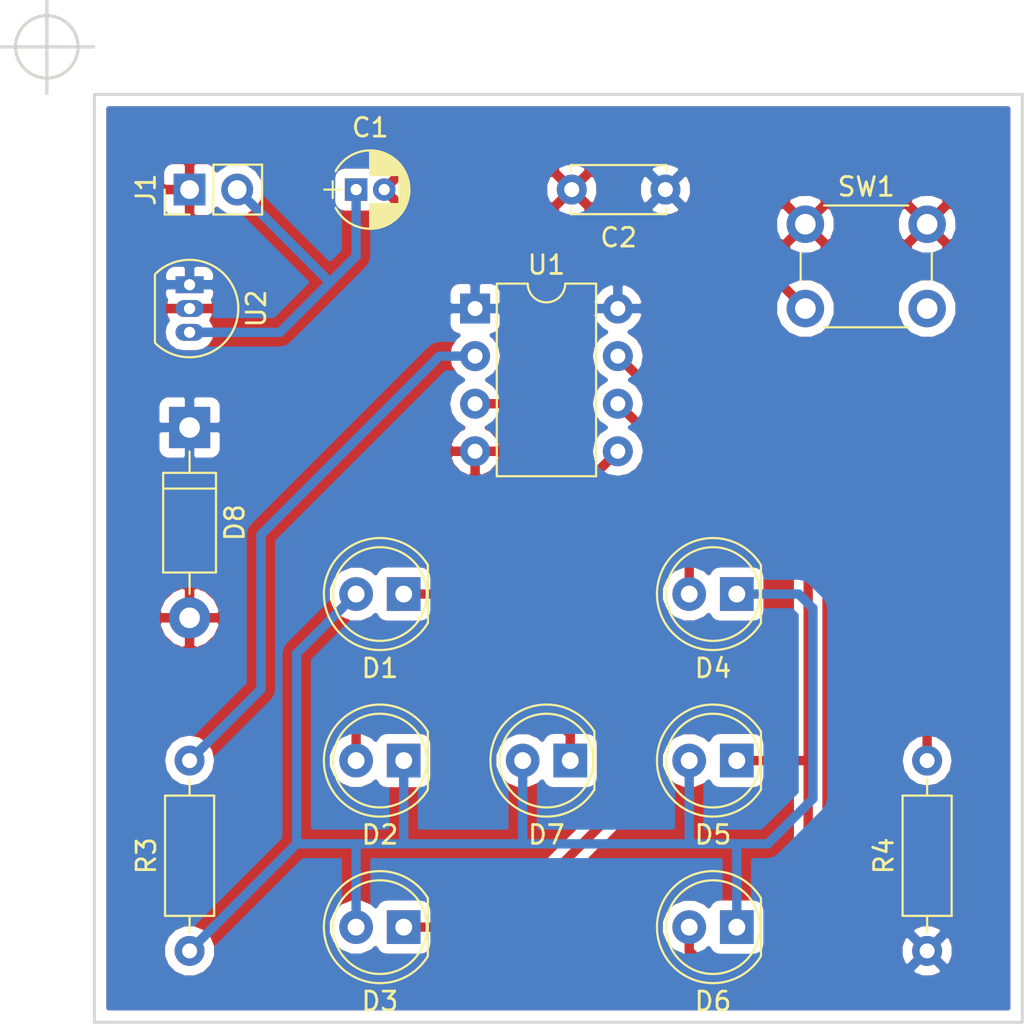
<source format=kicad_pcb>
(kicad_pcb (version 4) (host pcbnew 4.0.7)

  (general
    (links 32)
    (no_connects 2)
    (area 102.794999 88.824999 152.475001 138.505001)
    (thickness 1.6)
    (drawings 12)
    (tracks 69)
    (zones 0)
    (modules 16)
    (nets 10)
  )

  (page A4)
  (layers
    (0 F.Cu signal)
    (31 B.Cu signal)
    (32 B.Adhes user)
    (33 F.Adhes user)
    (34 B.Paste user)
    (35 F.Paste user)
    (36 B.SilkS user)
    (37 F.SilkS user)
    (38 B.Mask user)
    (39 F.Mask user)
    (40 Dwgs.User user)
    (41 Cmts.User user)
    (42 Eco1.User user)
    (43 Eco2.User user)
    (44 Edge.Cuts user)
    (45 Margin user)
    (46 B.CrtYd user)
    (47 F.CrtYd user)
    (48 B.Fab user)
    (49 F.Fab user)
  )

  (setup
    (last_trace_width 0.5)
    (trace_clearance 0.4)
    (zone_clearance 0.508)
    (zone_45_only no)
    (trace_min 0.2)
    (segment_width 0.2)
    (edge_width 0.15)
    (via_size 0.9)
    (via_drill 0.6)
    (via_min_size 0.4)
    (via_min_drill 0.3)
    (uvia_size 0.3)
    (uvia_drill 0.1)
    (uvias_allowed no)
    (uvia_min_size 0.2)
    (uvia_min_drill 0.1)
    (pcb_text_width 0.3)
    (pcb_text_size 1.5 1.5)
    (mod_edge_width 0.15)
    (mod_text_size 1 1)
    (mod_text_width 0.15)
    (pad_size 1.524 1.524)
    (pad_drill 0.762)
    (pad_to_mask_clearance 0.2)
    (aux_axis_origin 0 0)
    (visible_elements FFFFFF7F)
    (pcbplotparams
      (layerselection 0x00030_80000001)
      (usegerberextensions false)
      (excludeedgelayer true)
      (linewidth 0.100000)
      (plotframeref false)
      (viasonmask false)
      (mode 1)
      (useauxorigin false)
      (hpglpennumber 1)
      (hpglpenspeed 20)
      (hpglpendiameter 15)
      (hpglpenoverlay 2)
      (psnegative false)
      (psa4output false)
      (plotreference true)
      (plotvalue true)
      (plotinvisibletext false)
      (padsonsilk false)
      (subtractmaskfromsilk false)
      (outputformat 1)
      (mirror false)
      (drillshape 1)
      (scaleselection 1)
      (outputdirectory ""))
  )

  (net 0 "")
  (net 1 VCC)
  (net 2 /LED1)
  (net 3 /LED_REF)
  (net 4 /LED2)
  (net 5 /LED3)
  (net 6 GND)
  (net 7 "Net-(D1-Pad2)")
  (net 8 /BTN)
  (net 9 "Net-(C1-Pad1)")

  (net_class Default "This is the default net class."
    (clearance 0.4)
    (trace_width 0.5)
    (via_dia 0.9)
    (via_drill 0.6)
    (uvia_dia 0.3)
    (uvia_drill 0.1)
    (add_net /BTN)
    (add_net /LED1)
    (add_net /LED2)
    (add_net /LED3)
    (add_net /LED_REF)
    (add_net GND)
    (add_net "Net-(C1-Pad1)")
    (add_net "Net-(D1-Pad2)")
    (add_net VCC)
  )

  (module Housings_DIP:DIP-8_W7.62mm (layer F.Cu) (tedit 59C78D6B) (tstamp 5B903DE8)
    (at 123.19 100.33)
    (descr "8-lead though-hole mounted DIP package, row spacing 7.62 mm (300 mils)")
    (tags "THT DIP DIL PDIP 2.54mm 7.62mm 300mil")
    (path /5B902F53)
    (fp_text reference U1 (at 3.81 -2.33) (layer F.SilkS)
      (effects (font (size 1 1) (thickness 0.15)))
    )
    (fp_text value ATTINY13A-PU (at 3.81 9.95) (layer F.Fab)
      (effects (font (size 1 1) (thickness 0.15)))
    )
    (fp_arc (start 3.81 -1.33) (end 2.81 -1.33) (angle -180) (layer F.SilkS) (width 0.12))
    (fp_line (start 1.635 -1.27) (end 6.985 -1.27) (layer F.Fab) (width 0.1))
    (fp_line (start 6.985 -1.27) (end 6.985 8.89) (layer F.Fab) (width 0.1))
    (fp_line (start 6.985 8.89) (end 0.635 8.89) (layer F.Fab) (width 0.1))
    (fp_line (start 0.635 8.89) (end 0.635 -0.27) (layer F.Fab) (width 0.1))
    (fp_line (start 0.635 -0.27) (end 1.635 -1.27) (layer F.Fab) (width 0.1))
    (fp_line (start 2.81 -1.33) (end 1.16 -1.33) (layer F.SilkS) (width 0.12))
    (fp_line (start 1.16 -1.33) (end 1.16 8.95) (layer F.SilkS) (width 0.12))
    (fp_line (start 1.16 8.95) (end 6.46 8.95) (layer F.SilkS) (width 0.12))
    (fp_line (start 6.46 8.95) (end 6.46 -1.33) (layer F.SilkS) (width 0.12))
    (fp_line (start 6.46 -1.33) (end 4.81 -1.33) (layer F.SilkS) (width 0.12))
    (fp_line (start -1.1 -1.55) (end -1.1 9.15) (layer F.CrtYd) (width 0.05))
    (fp_line (start -1.1 9.15) (end 8.7 9.15) (layer F.CrtYd) (width 0.05))
    (fp_line (start 8.7 9.15) (end 8.7 -1.55) (layer F.CrtYd) (width 0.05))
    (fp_line (start 8.7 -1.55) (end -1.1 -1.55) (layer F.CrtYd) (width 0.05))
    (fp_text user %R (at 3.81 3.81) (layer F.Fab)
      (effects (font (size 1 1) (thickness 0.15)))
    )
    (pad 1 thru_hole rect (at 0 0) (size 1.6 1.6) (drill 0.8) (layers *.Cu *.Mask)
      (net 1 VCC))
    (pad 5 thru_hole oval (at 7.62 7.62) (size 1.6 1.6) (drill 0.8) (layers *.Cu *.Mask)
      (net 2 /LED1))
    (pad 2 thru_hole oval (at 0 2.54) (size 1.6 1.6) (drill 0.8) (layers *.Cu *.Mask)
      (net 3 /LED_REF))
    (pad 6 thru_hole oval (at 7.62 5.08) (size 1.6 1.6) (drill 0.8) (layers *.Cu *.Mask)
      (net 4 /LED2))
    (pad 3 thru_hole oval (at 0 5.08) (size 1.6 1.6) (drill 0.8) (layers *.Cu *.Mask)
      (net 8 /BTN))
    (pad 7 thru_hole oval (at 7.62 2.54) (size 1.6 1.6) (drill 0.8) (layers *.Cu *.Mask)
      (net 5 /LED3))
    (pad 4 thru_hole oval (at 0 7.62) (size 1.6 1.6) (drill 0.8) (layers *.Cu *.Mask)
      (net 6 GND))
    (pad 8 thru_hole oval (at 7.62 0) (size 1.6 1.6) (drill 0.8) (layers *.Cu *.Mask)
      (net 1 VCC))
    (model ${KISYS3DMOD}/Housings_DIP.3dshapes/DIP-8_W7.62mm.wrl
      (at (xyz 0 0 0))
      (scale (xyz 1 1 1))
      (rotate (xyz 0 0 0))
    )
  )

  (module Buttons_Switches_THT:SW_PUSH_6mm (layer F.Cu) (tedit 5923F252) (tstamp 5B904793)
    (at 140.82 95.83)
    (descr https://www.omron.com/ecb/products/pdf/en-b3f.pdf)
    (tags "tact sw push 6mm")
    (path /5B907217)
    (fp_text reference SW1 (at 3.25 -2) (layer F.SilkS)
      (effects (font (size 1 1) (thickness 0.15)))
    )
    (fp_text value SW_Push (at 3.75 6.7) (layer F.Fab)
      (effects (font (size 1 1) (thickness 0.15)))
    )
    (fp_text user %R (at 3.25 2.25) (layer F.Fab)
      (effects (font (size 1 1) (thickness 0.15)))
    )
    (fp_line (start 3.25 -0.75) (end 6.25 -0.75) (layer F.Fab) (width 0.1))
    (fp_line (start 6.25 -0.75) (end 6.25 5.25) (layer F.Fab) (width 0.1))
    (fp_line (start 6.25 5.25) (end 0.25 5.25) (layer F.Fab) (width 0.1))
    (fp_line (start 0.25 5.25) (end 0.25 -0.75) (layer F.Fab) (width 0.1))
    (fp_line (start 0.25 -0.75) (end 3.25 -0.75) (layer F.Fab) (width 0.1))
    (fp_line (start 7.75 6) (end 8 6) (layer F.CrtYd) (width 0.05))
    (fp_line (start 8 6) (end 8 5.75) (layer F.CrtYd) (width 0.05))
    (fp_line (start 7.75 -1.5) (end 8 -1.5) (layer F.CrtYd) (width 0.05))
    (fp_line (start 8 -1.5) (end 8 -1.25) (layer F.CrtYd) (width 0.05))
    (fp_line (start -1.5 -1.25) (end -1.5 -1.5) (layer F.CrtYd) (width 0.05))
    (fp_line (start -1.5 -1.5) (end -1.25 -1.5) (layer F.CrtYd) (width 0.05))
    (fp_line (start -1.5 5.75) (end -1.5 6) (layer F.CrtYd) (width 0.05))
    (fp_line (start -1.5 6) (end -1.25 6) (layer F.CrtYd) (width 0.05))
    (fp_line (start -1.25 -1.5) (end 7.75 -1.5) (layer F.CrtYd) (width 0.05))
    (fp_line (start -1.5 5.75) (end -1.5 -1.25) (layer F.CrtYd) (width 0.05))
    (fp_line (start 7.75 6) (end -1.25 6) (layer F.CrtYd) (width 0.05))
    (fp_line (start 8 -1.25) (end 8 5.75) (layer F.CrtYd) (width 0.05))
    (fp_line (start 1 5.5) (end 5.5 5.5) (layer F.SilkS) (width 0.12))
    (fp_line (start -0.25 1.5) (end -0.25 3) (layer F.SilkS) (width 0.12))
    (fp_line (start 5.5 -1) (end 1 -1) (layer F.SilkS) (width 0.12))
    (fp_line (start 6.75 3) (end 6.75 1.5) (layer F.SilkS) (width 0.12))
    (fp_circle (center 3.25 2.25) (end 1.25 2.5) (layer F.Fab) (width 0.1))
    (pad 2 thru_hole circle (at 0 4.5 90) (size 2 2) (drill 1.1) (layers *.Cu *.Mask)
      (net 8 /BTN))
    (pad 1 thru_hole circle (at 0 0 90) (size 2 2) (drill 1.1) (layers *.Cu *.Mask)
      (net 6 GND))
    (pad 2 thru_hole circle (at 6.5 4.5 90) (size 2 2) (drill 1.1) (layers *.Cu *.Mask)
      (net 8 /BTN))
    (pad 1 thru_hole circle (at 6.5 0 90) (size 2 2) (drill 1.1) (layers *.Cu *.Mask)
      (net 6 GND))
    (model ${KISYS3DMOD}/Buttons_Switches_THT.3dshapes/SW_PUSH_6mm.wrl
      (at (xyz 0.005 0 0))
      (scale (xyz 0.3937 0.3937 0.3937))
      (rotate (xyz 0 0 0))
    )
  )

  (module Capacitors_THT:CP_Radial_D4.0mm_P1.50mm (layer F.Cu) (tedit 597BC7C2) (tstamp 5B906519)
    (at 116.84 93.98)
    (descr "CP, Radial series, Radial, pin pitch=1.50mm, , diameter=4mm, Electrolytic Capacitor")
    (tags "CP Radial series Radial pin pitch 1.50mm  diameter 4mm Electrolytic Capacitor")
    (path /5B9064A0)
    (fp_text reference C1 (at 0.75 -3.31) (layer F.SilkS)
      (effects (font (size 1 1) (thickness 0.15)))
    )
    (fp_text value 0.33uF (at 0.75 3.31) (layer F.Fab)
      (effects (font (size 1 1) (thickness 0.15)))
    )
    (fp_arc (start 0.75 0) (end -1.095996 -0.98) (angle 124.1) (layer F.SilkS) (width 0.12))
    (fp_arc (start 0.75 0) (end -1.095996 0.98) (angle -124.1) (layer F.SilkS) (width 0.12))
    (fp_arc (start 0.75 0) (end 2.595996 -0.98) (angle 55.9) (layer F.SilkS) (width 0.12))
    (fp_circle (center 0.75 0) (end 2.75 0) (layer F.Fab) (width 0.1))
    (fp_line (start -1.7 0) (end -0.8 0) (layer F.Fab) (width 0.1))
    (fp_line (start -1.25 -0.45) (end -1.25 0.45) (layer F.Fab) (width 0.1))
    (fp_line (start 0.75 0.78) (end 0.75 2.05) (layer F.SilkS) (width 0.12))
    (fp_line (start 0.75 -2.05) (end 0.75 -0.78) (layer F.SilkS) (width 0.12))
    (fp_line (start 0.79 -2.05) (end 0.79 -0.78) (layer F.SilkS) (width 0.12))
    (fp_line (start 0.79 0.78) (end 0.79 2.05) (layer F.SilkS) (width 0.12))
    (fp_line (start 0.83 -2.049) (end 0.83 -0.78) (layer F.SilkS) (width 0.12))
    (fp_line (start 0.83 0.78) (end 0.83 2.049) (layer F.SilkS) (width 0.12))
    (fp_line (start 0.87 -2.047) (end 0.87 -0.78) (layer F.SilkS) (width 0.12))
    (fp_line (start 0.87 0.78) (end 0.87 2.047) (layer F.SilkS) (width 0.12))
    (fp_line (start 0.91 -2.044) (end 0.91 -0.78) (layer F.SilkS) (width 0.12))
    (fp_line (start 0.91 0.78) (end 0.91 2.044) (layer F.SilkS) (width 0.12))
    (fp_line (start 0.95 -2.041) (end 0.95 -0.78) (layer F.SilkS) (width 0.12))
    (fp_line (start 0.95 0.78) (end 0.95 2.041) (layer F.SilkS) (width 0.12))
    (fp_line (start 0.99 -2.037) (end 0.99 -0.78) (layer F.SilkS) (width 0.12))
    (fp_line (start 0.99 0.78) (end 0.99 2.037) (layer F.SilkS) (width 0.12))
    (fp_line (start 1.03 -2.032) (end 1.03 -0.78) (layer F.SilkS) (width 0.12))
    (fp_line (start 1.03 0.78) (end 1.03 2.032) (layer F.SilkS) (width 0.12))
    (fp_line (start 1.07 -2.026) (end 1.07 -0.78) (layer F.SilkS) (width 0.12))
    (fp_line (start 1.07 0.78) (end 1.07 2.026) (layer F.SilkS) (width 0.12))
    (fp_line (start 1.11 -2.019) (end 1.11 -0.78) (layer F.SilkS) (width 0.12))
    (fp_line (start 1.11 0.78) (end 1.11 2.019) (layer F.SilkS) (width 0.12))
    (fp_line (start 1.15 -2.012) (end 1.15 -0.78) (layer F.SilkS) (width 0.12))
    (fp_line (start 1.15 0.78) (end 1.15 2.012) (layer F.SilkS) (width 0.12))
    (fp_line (start 1.19 -2.004) (end 1.19 -0.78) (layer F.SilkS) (width 0.12))
    (fp_line (start 1.19 0.78) (end 1.19 2.004) (layer F.SilkS) (width 0.12))
    (fp_line (start 1.23 -1.995) (end 1.23 -0.78) (layer F.SilkS) (width 0.12))
    (fp_line (start 1.23 0.78) (end 1.23 1.995) (layer F.SilkS) (width 0.12))
    (fp_line (start 1.27 -1.985) (end 1.27 -0.78) (layer F.SilkS) (width 0.12))
    (fp_line (start 1.27 0.78) (end 1.27 1.985) (layer F.SilkS) (width 0.12))
    (fp_line (start 1.31 -1.974) (end 1.31 -0.78) (layer F.SilkS) (width 0.12))
    (fp_line (start 1.31 0.78) (end 1.31 1.974) (layer F.SilkS) (width 0.12))
    (fp_line (start 1.35 -1.963) (end 1.35 -0.78) (layer F.SilkS) (width 0.12))
    (fp_line (start 1.35 0.78) (end 1.35 1.963) (layer F.SilkS) (width 0.12))
    (fp_line (start 1.39 -1.95) (end 1.39 -0.78) (layer F.SilkS) (width 0.12))
    (fp_line (start 1.39 0.78) (end 1.39 1.95) (layer F.SilkS) (width 0.12))
    (fp_line (start 1.43 -1.937) (end 1.43 -0.78) (layer F.SilkS) (width 0.12))
    (fp_line (start 1.43 0.78) (end 1.43 1.937) (layer F.SilkS) (width 0.12))
    (fp_line (start 1.471 -1.923) (end 1.471 -0.78) (layer F.SilkS) (width 0.12))
    (fp_line (start 1.471 0.78) (end 1.471 1.923) (layer F.SilkS) (width 0.12))
    (fp_line (start 1.511 -1.907) (end 1.511 -0.78) (layer F.SilkS) (width 0.12))
    (fp_line (start 1.511 0.78) (end 1.511 1.907) (layer F.SilkS) (width 0.12))
    (fp_line (start 1.551 -1.891) (end 1.551 -0.78) (layer F.SilkS) (width 0.12))
    (fp_line (start 1.551 0.78) (end 1.551 1.891) (layer F.SilkS) (width 0.12))
    (fp_line (start 1.591 -1.874) (end 1.591 -0.78) (layer F.SilkS) (width 0.12))
    (fp_line (start 1.591 0.78) (end 1.591 1.874) (layer F.SilkS) (width 0.12))
    (fp_line (start 1.631 -1.856) (end 1.631 -0.78) (layer F.SilkS) (width 0.12))
    (fp_line (start 1.631 0.78) (end 1.631 1.856) (layer F.SilkS) (width 0.12))
    (fp_line (start 1.671 -1.837) (end 1.671 -0.78) (layer F.SilkS) (width 0.12))
    (fp_line (start 1.671 0.78) (end 1.671 1.837) (layer F.SilkS) (width 0.12))
    (fp_line (start 1.711 -1.817) (end 1.711 -0.78) (layer F.SilkS) (width 0.12))
    (fp_line (start 1.711 0.78) (end 1.711 1.817) (layer F.SilkS) (width 0.12))
    (fp_line (start 1.751 -1.796) (end 1.751 -0.78) (layer F.SilkS) (width 0.12))
    (fp_line (start 1.751 0.78) (end 1.751 1.796) (layer F.SilkS) (width 0.12))
    (fp_line (start 1.791 -1.773) (end 1.791 -0.78) (layer F.SilkS) (width 0.12))
    (fp_line (start 1.791 0.78) (end 1.791 1.773) (layer F.SilkS) (width 0.12))
    (fp_line (start 1.831 -1.75) (end 1.831 -0.78) (layer F.SilkS) (width 0.12))
    (fp_line (start 1.831 0.78) (end 1.831 1.75) (layer F.SilkS) (width 0.12))
    (fp_line (start 1.871 -1.725) (end 1.871 -0.78) (layer F.SilkS) (width 0.12))
    (fp_line (start 1.871 0.78) (end 1.871 1.725) (layer F.SilkS) (width 0.12))
    (fp_line (start 1.911 -1.699) (end 1.911 -0.78) (layer F.SilkS) (width 0.12))
    (fp_line (start 1.911 0.78) (end 1.911 1.699) (layer F.SilkS) (width 0.12))
    (fp_line (start 1.951 -1.672) (end 1.951 -0.78) (layer F.SilkS) (width 0.12))
    (fp_line (start 1.951 0.78) (end 1.951 1.672) (layer F.SilkS) (width 0.12))
    (fp_line (start 1.991 -1.643) (end 1.991 -0.78) (layer F.SilkS) (width 0.12))
    (fp_line (start 1.991 0.78) (end 1.991 1.643) (layer F.SilkS) (width 0.12))
    (fp_line (start 2.031 -1.613) (end 2.031 -0.78) (layer F.SilkS) (width 0.12))
    (fp_line (start 2.031 0.78) (end 2.031 1.613) (layer F.SilkS) (width 0.12))
    (fp_line (start 2.071 -1.581) (end 2.071 -0.78) (layer F.SilkS) (width 0.12))
    (fp_line (start 2.071 0.78) (end 2.071 1.581) (layer F.SilkS) (width 0.12))
    (fp_line (start 2.111 -1.547) (end 2.111 -0.78) (layer F.SilkS) (width 0.12))
    (fp_line (start 2.111 0.78) (end 2.111 1.547) (layer F.SilkS) (width 0.12))
    (fp_line (start 2.151 -1.512) (end 2.151 -0.78) (layer F.SilkS) (width 0.12))
    (fp_line (start 2.151 0.78) (end 2.151 1.512) (layer F.SilkS) (width 0.12))
    (fp_line (start 2.191 -1.475) (end 2.191 -0.78) (layer F.SilkS) (width 0.12))
    (fp_line (start 2.191 0.78) (end 2.191 1.475) (layer F.SilkS) (width 0.12))
    (fp_line (start 2.231 -1.436) (end 2.231 -0.78) (layer F.SilkS) (width 0.12))
    (fp_line (start 2.231 0.78) (end 2.231 1.436) (layer F.SilkS) (width 0.12))
    (fp_line (start 2.271 -1.395) (end 2.271 -0.78) (layer F.SilkS) (width 0.12))
    (fp_line (start 2.271 0.78) (end 2.271 1.395) (layer F.SilkS) (width 0.12))
    (fp_line (start 2.311 -1.351) (end 2.311 1.351) (layer F.SilkS) (width 0.12))
    (fp_line (start 2.351 -1.305) (end 2.351 1.305) (layer F.SilkS) (width 0.12))
    (fp_line (start 2.391 -1.256) (end 2.391 1.256) (layer F.SilkS) (width 0.12))
    (fp_line (start 2.431 -1.204) (end 2.431 1.204) (layer F.SilkS) (width 0.12))
    (fp_line (start 2.471 -1.148) (end 2.471 1.148) (layer F.SilkS) (width 0.12))
    (fp_line (start 2.511 -1.088) (end 2.511 1.088) (layer F.SilkS) (width 0.12))
    (fp_line (start 2.551 -1.023) (end 2.551 1.023) (layer F.SilkS) (width 0.12))
    (fp_line (start 2.591 -0.952) (end 2.591 0.952) (layer F.SilkS) (width 0.12))
    (fp_line (start 2.631 -0.874) (end 2.631 0.874) (layer F.SilkS) (width 0.12))
    (fp_line (start 2.671 -0.786) (end 2.671 0.786) (layer F.SilkS) (width 0.12))
    (fp_line (start 2.711 -0.686) (end 2.711 0.686) (layer F.SilkS) (width 0.12))
    (fp_line (start 2.751 -0.567) (end 2.751 0.567) (layer F.SilkS) (width 0.12))
    (fp_line (start 2.791 -0.415) (end 2.791 0.415) (layer F.SilkS) (width 0.12))
    (fp_line (start 2.831 -0.165) (end 2.831 0.165) (layer F.SilkS) (width 0.12))
    (fp_line (start -1.7 0) (end -0.8 0) (layer F.SilkS) (width 0.12))
    (fp_line (start -1.25 -0.45) (end -1.25 0.45) (layer F.SilkS) (width 0.12))
    (fp_line (start -1.6 -2.35) (end -1.6 2.35) (layer F.CrtYd) (width 0.05))
    (fp_line (start -1.6 2.35) (end 3.1 2.35) (layer F.CrtYd) (width 0.05))
    (fp_line (start 3.1 2.35) (end 3.1 -2.35) (layer F.CrtYd) (width 0.05))
    (fp_line (start 3.1 -2.35) (end -1.6 -2.35) (layer F.CrtYd) (width 0.05))
    (fp_text user %R (at 0.75 0) (layer F.Fab)
      (effects (font (size 1 1) (thickness 0.15)))
    )
    (pad 1 thru_hole rect (at 0 0) (size 1.2 1.2) (drill 0.6) (layers *.Cu *.Mask)
      (net 9 "Net-(C1-Pad1)"))
    (pad 2 thru_hole circle (at 1.5 0) (size 1.2 1.2) (drill 0.6) (layers *.Cu *.Mask)
      (net 6 GND))
    (model ${KISYS3DMOD}/Capacitors_THT.3dshapes/CP_Radial_D4.0mm_P1.50mm.wrl
      (at (xyz 0 0 0))
      (scale (xyz 1 1 1))
      (rotate (xyz 0 0 0))
    )
  )

  (module Capacitors_THT:C_Disc_D5.0mm_W2.5mm_P5.00mm (layer F.Cu) (tedit 597BC7C2) (tstamp 5B90651F)
    (at 133.35 93.98 180)
    (descr "C, Disc series, Radial, pin pitch=5.00mm, , diameter*width=5*2.5mm^2, Capacitor, http://cdn-reichelt.de/documents/datenblatt/B300/DS_KERKO_TC.pdf")
    (tags "C Disc series Radial pin pitch 5.00mm  diameter 5mm width 2.5mm Capacitor")
    (path /5B906429)
    (fp_text reference C2 (at 2.5 -2.56 180) (layer F.SilkS)
      (effects (font (size 1 1) (thickness 0.15)))
    )
    (fp_text value 0.1uF (at 2.5 2.56 180) (layer F.Fab)
      (effects (font (size 1 1) (thickness 0.15)))
    )
    (fp_line (start 0 -1.25) (end 0 1.25) (layer F.Fab) (width 0.1))
    (fp_line (start 0 1.25) (end 5 1.25) (layer F.Fab) (width 0.1))
    (fp_line (start 5 1.25) (end 5 -1.25) (layer F.Fab) (width 0.1))
    (fp_line (start 5 -1.25) (end 0 -1.25) (layer F.Fab) (width 0.1))
    (fp_line (start -0.06 -1.31) (end 5.06 -1.31) (layer F.SilkS) (width 0.12))
    (fp_line (start -0.06 1.31) (end 5.06 1.31) (layer F.SilkS) (width 0.12))
    (fp_line (start -0.06 -1.31) (end -0.06 -0.996) (layer F.SilkS) (width 0.12))
    (fp_line (start -0.06 0.996) (end -0.06 1.31) (layer F.SilkS) (width 0.12))
    (fp_line (start 5.06 -1.31) (end 5.06 -0.996) (layer F.SilkS) (width 0.12))
    (fp_line (start 5.06 0.996) (end 5.06 1.31) (layer F.SilkS) (width 0.12))
    (fp_line (start -1.05 -1.6) (end -1.05 1.6) (layer F.CrtYd) (width 0.05))
    (fp_line (start -1.05 1.6) (end 6.05 1.6) (layer F.CrtYd) (width 0.05))
    (fp_line (start 6.05 1.6) (end 6.05 -1.6) (layer F.CrtYd) (width 0.05))
    (fp_line (start 6.05 -1.6) (end -1.05 -1.6) (layer F.CrtYd) (width 0.05))
    (fp_text user %R (at 2.5 0 180) (layer F.Fab)
      (effects (font (size 1 1) (thickness 0.15)))
    )
    (pad 1 thru_hole circle (at 0 0 180) (size 1.6 1.6) (drill 0.8) (layers *.Cu *.Mask)
      (net 1 VCC))
    (pad 2 thru_hole circle (at 5 0 180) (size 1.6 1.6) (drill 0.8) (layers *.Cu *.Mask)
      (net 6 GND))
    (model ${KISYS3DMOD}/Capacitors_THT.3dshapes/C_Disc_D5.0mm_W2.5mm_P5.00mm.wrl
      (at (xyz 0 0 0))
      (scale (xyz 1 1 1))
      (rotate (xyz 0 0 0))
    )
  )

  (module TO_SOT_Packages_THT:TO-92_Inline_Narrow_Oval (layer F.Cu) (tedit 58CE52AF) (tstamp 5B906526)
    (at 107.95 99.06 270)
    (descr "TO-92 leads in-line, narrow, oval pads, drill 0.6mm (see NXP sot054_po.pdf)")
    (tags "to-92 sc-43 sc-43a sot54 PA33 transistor")
    (path /5B905F6A)
    (fp_text reference U2 (at 1.27 -3.56 270) (layer F.SilkS)
      (effects (font (size 1 1) (thickness 0.15)))
    )
    (fp_text value L78L05_TO92 (at 1.27 2.79 270) (layer F.Fab)
      (effects (font (size 1 1) (thickness 0.15)))
    )
    (fp_text user %R (at 1.27 -3.56 270) (layer F.Fab)
      (effects (font (size 1 1) (thickness 0.15)))
    )
    (fp_line (start -0.53 1.85) (end 3.07 1.85) (layer F.SilkS) (width 0.12))
    (fp_line (start -0.5 1.75) (end 3 1.75) (layer F.Fab) (width 0.1))
    (fp_line (start -1.46 -2.73) (end 4 -2.73) (layer F.CrtYd) (width 0.05))
    (fp_line (start -1.46 -2.73) (end -1.46 2.01) (layer F.CrtYd) (width 0.05))
    (fp_line (start 4 2.01) (end 4 -2.73) (layer F.CrtYd) (width 0.05))
    (fp_line (start 4 2.01) (end -1.46 2.01) (layer F.CrtYd) (width 0.05))
    (fp_arc (start 1.27 0) (end 1.27 -2.48) (angle 135) (layer F.Fab) (width 0.1))
    (fp_arc (start 1.27 0) (end 1.27 -2.6) (angle -135) (layer F.SilkS) (width 0.12))
    (fp_arc (start 1.27 0) (end 1.27 -2.48) (angle -135) (layer F.Fab) (width 0.1))
    (fp_arc (start 1.27 0) (end 1.27 -2.6) (angle 135) (layer F.SilkS) (width 0.12))
    (pad 2 thru_hole oval (at 1.27 0 90) (size 0.9 1.5) (drill 0.6) (layers *.Cu *.Mask)
      (net 6 GND))
    (pad 3 thru_hole oval (at 2.54 0 90) (size 0.9 1.5) (drill 0.6) (layers *.Cu *.Mask)
      (net 9 "Net-(C1-Pad1)"))
    (pad 1 thru_hole rect (at 0 0 90) (size 0.9 1.5) (drill 0.6) (layers *.Cu *.Mask)
      (net 1 VCC))
    (model ${KISYS3DMOD}/TO_SOT_Packages_THT.3dshapes/TO-92_Inline_Narrow_Oval.wrl
      (at (xyz 0.05 0 0))
      (scale (xyz 1 1 1))
      (rotate (xyz 0 0 -90))
    )
  )

  (module Diodes_THT:D_DO-41_SOD81_P10.16mm_Horizontal (layer F.Cu) (tedit 5921392F) (tstamp 5B916FBA)
    (at 107.95 106.68 270)
    (descr "D, DO-41_SOD81 series, Axial, Horizontal, pin pitch=10.16mm, , length*diameter=5.2*2.7mm^2, , http://www.diodes.com/_files/packages/DO-41%20(Plastic).pdf")
    (tags "D DO-41_SOD81 series Axial Horizontal pin pitch 10.16mm  length 5.2mm diameter 2.7mm")
    (path /5B908914)
    (fp_text reference D8 (at 5.08 -2.41 270) (layer F.SilkS)
      (effects (font (size 1 1) (thickness 0.15)))
    )
    (fp_text value D (at 5.08 2.41 270) (layer F.Fab)
      (effects (font (size 1 1) (thickness 0.15)))
    )
    (fp_text user %R (at 5.08 0 270) (layer F.Fab)
      (effects (font (size 1 1) (thickness 0.15)))
    )
    (fp_line (start 2.48 -1.35) (end 2.48 1.35) (layer F.Fab) (width 0.1))
    (fp_line (start 2.48 1.35) (end 7.68 1.35) (layer F.Fab) (width 0.1))
    (fp_line (start 7.68 1.35) (end 7.68 -1.35) (layer F.Fab) (width 0.1))
    (fp_line (start 7.68 -1.35) (end 2.48 -1.35) (layer F.Fab) (width 0.1))
    (fp_line (start 0 0) (end 2.48 0) (layer F.Fab) (width 0.1))
    (fp_line (start 10.16 0) (end 7.68 0) (layer F.Fab) (width 0.1))
    (fp_line (start 3.26 -1.35) (end 3.26 1.35) (layer F.Fab) (width 0.1))
    (fp_line (start 2.42 -1.41) (end 2.42 1.41) (layer F.SilkS) (width 0.12))
    (fp_line (start 2.42 1.41) (end 7.74 1.41) (layer F.SilkS) (width 0.12))
    (fp_line (start 7.74 1.41) (end 7.74 -1.41) (layer F.SilkS) (width 0.12))
    (fp_line (start 7.74 -1.41) (end 2.42 -1.41) (layer F.SilkS) (width 0.12))
    (fp_line (start 1.28 0) (end 2.42 0) (layer F.SilkS) (width 0.12))
    (fp_line (start 8.88 0) (end 7.74 0) (layer F.SilkS) (width 0.12))
    (fp_line (start 3.26 -1.41) (end 3.26 1.41) (layer F.SilkS) (width 0.12))
    (fp_line (start -1.35 -1.7) (end -1.35 1.7) (layer F.CrtYd) (width 0.05))
    (fp_line (start -1.35 1.7) (end 11.55 1.7) (layer F.CrtYd) (width 0.05))
    (fp_line (start 11.55 1.7) (end 11.55 -1.7) (layer F.CrtYd) (width 0.05))
    (fp_line (start 11.55 -1.7) (end -1.35 -1.7) (layer F.CrtYd) (width 0.05))
    (pad 1 thru_hole rect (at 0 0 270) (size 2.2 2.2) (drill 1.1) (layers *.Cu *.Mask)
      (net 1 VCC))
    (pad 2 thru_hole oval (at 10.16 0 270) (size 2.2 2.2) (drill 1.1) (layers *.Cu *.Mask)
      (net 6 GND))
    (model ${KISYS3DMOD}/Diodes_THT.3dshapes/D_DO-41_SOD81_P10.16mm_Horizontal.wrl
      (at (xyz 0 0 0))
      (scale (xyz 0.393701 0.393701 0.393701))
      (rotate (xyz 0 0 0))
    )
  )

  (module Resistors_THT:R_Axial_DIN0207_L6.3mm_D2.5mm_P10.16mm_Horizontal (layer F.Cu) (tedit 5874F706) (tstamp 5B9170C7)
    (at 107.95 134.62 90)
    (descr "Resistor, Axial_DIN0207 series, Axial, Horizontal, pin pitch=10.16mm, 0.25W = 1/4W, length*diameter=6.3*2.5mm^2, http://cdn-reichelt.de/documents/datenblatt/B400/1_4W%23YAG.pdf")
    (tags "Resistor Axial_DIN0207 series Axial Horizontal pin pitch 10.16mm 0.25W = 1/4W length 6.3mm diameter 2.5mm")
    (path /5B90ADA0)
    (fp_text reference R3 (at 5.08 -2.31 90) (layer F.SilkS)
      (effects (font (size 1 1) (thickness 0.15)))
    )
    (fp_text value 100R (at 5.08 2.31 90) (layer F.Fab)
      (effects (font (size 1 1) (thickness 0.15)))
    )
    (fp_line (start 1.93 -1.25) (end 1.93 1.25) (layer F.Fab) (width 0.1))
    (fp_line (start 1.93 1.25) (end 8.23 1.25) (layer F.Fab) (width 0.1))
    (fp_line (start 8.23 1.25) (end 8.23 -1.25) (layer F.Fab) (width 0.1))
    (fp_line (start 8.23 -1.25) (end 1.93 -1.25) (layer F.Fab) (width 0.1))
    (fp_line (start 0 0) (end 1.93 0) (layer F.Fab) (width 0.1))
    (fp_line (start 10.16 0) (end 8.23 0) (layer F.Fab) (width 0.1))
    (fp_line (start 1.87 -1.31) (end 1.87 1.31) (layer F.SilkS) (width 0.12))
    (fp_line (start 1.87 1.31) (end 8.29 1.31) (layer F.SilkS) (width 0.12))
    (fp_line (start 8.29 1.31) (end 8.29 -1.31) (layer F.SilkS) (width 0.12))
    (fp_line (start 8.29 -1.31) (end 1.87 -1.31) (layer F.SilkS) (width 0.12))
    (fp_line (start 0.98 0) (end 1.87 0) (layer F.SilkS) (width 0.12))
    (fp_line (start 9.18 0) (end 8.29 0) (layer F.SilkS) (width 0.12))
    (fp_line (start -1.05 -1.6) (end -1.05 1.6) (layer F.CrtYd) (width 0.05))
    (fp_line (start -1.05 1.6) (end 11.25 1.6) (layer F.CrtYd) (width 0.05))
    (fp_line (start 11.25 1.6) (end 11.25 -1.6) (layer F.CrtYd) (width 0.05))
    (fp_line (start 11.25 -1.6) (end -1.05 -1.6) (layer F.CrtYd) (width 0.05))
    (pad 1 thru_hole circle (at 0 0 90) (size 1.6 1.6) (drill 0.8) (layers *.Cu *.Mask)
      (net 7 "Net-(D1-Pad2)"))
    (pad 2 thru_hole oval (at 10.16 0 90) (size 1.6 1.6) (drill 0.8) (layers *.Cu *.Mask)
      (net 3 /LED_REF))
    (model ${KISYS3DMOD}/Resistors_THT.3dshapes/R_Axial_DIN0207_L6.3mm_D2.5mm_P10.16mm_Horizontal.wrl
      (at (xyz 0 0 0))
      (scale (xyz 0.393701 0.393701 0.393701))
      (rotate (xyz 0 0 0))
    )
  )

  (module Resistors_THT:R_Axial_DIN0207_L6.3mm_D2.5mm_P10.16mm_Horizontal (layer F.Cu) (tedit 5874F706) (tstamp 5B9170CC)
    (at 147.32 134.62 90)
    (descr "Resistor, Axial_DIN0207 series, Axial, Horizontal, pin pitch=10.16mm, 0.25W = 1/4W, length*diameter=6.3*2.5mm^2, http://cdn-reichelt.de/documents/datenblatt/B400/1_4W%23YAG.pdf")
    (tags "Resistor Axial_DIN0207 series Axial Horizontal pin pitch 10.16mm 0.25W = 1/4W length 6.3mm diameter 2.5mm")
    (path /5B9078E2)
    (fp_text reference R4 (at 5.08 -2.31 90) (layer F.SilkS)
      (effects (font (size 1 1) (thickness 0.15)))
    )
    (fp_text value 1M (at 5.08 2.31 90) (layer F.Fab)
      (effects (font (size 1 1) (thickness 0.15)))
    )
    (fp_line (start 1.93 -1.25) (end 1.93 1.25) (layer F.Fab) (width 0.1))
    (fp_line (start 1.93 1.25) (end 8.23 1.25) (layer F.Fab) (width 0.1))
    (fp_line (start 8.23 1.25) (end 8.23 -1.25) (layer F.Fab) (width 0.1))
    (fp_line (start 8.23 -1.25) (end 1.93 -1.25) (layer F.Fab) (width 0.1))
    (fp_line (start 0 0) (end 1.93 0) (layer F.Fab) (width 0.1))
    (fp_line (start 10.16 0) (end 8.23 0) (layer F.Fab) (width 0.1))
    (fp_line (start 1.87 -1.31) (end 1.87 1.31) (layer F.SilkS) (width 0.12))
    (fp_line (start 1.87 1.31) (end 8.29 1.31) (layer F.SilkS) (width 0.12))
    (fp_line (start 8.29 1.31) (end 8.29 -1.31) (layer F.SilkS) (width 0.12))
    (fp_line (start 8.29 -1.31) (end 1.87 -1.31) (layer F.SilkS) (width 0.12))
    (fp_line (start 0.98 0) (end 1.87 0) (layer F.SilkS) (width 0.12))
    (fp_line (start 9.18 0) (end 8.29 0) (layer F.SilkS) (width 0.12))
    (fp_line (start -1.05 -1.6) (end -1.05 1.6) (layer F.CrtYd) (width 0.05))
    (fp_line (start -1.05 1.6) (end 11.25 1.6) (layer F.CrtYd) (width 0.05))
    (fp_line (start 11.25 1.6) (end 11.25 -1.6) (layer F.CrtYd) (width 0.05))
    (fp_line (start 11.25 -1.6) (end -1.05 -1.6) (layer F.CrtYd) (width 0.05))
    (pad 1 thru_hole circle (at 0 0 90) (size 1.6 1.6) (drill 0.8) (layers *.Cu *.Mask)
      (net 1 VCC))
    (pad 2 thru_hole oval (at 10.16 0 90) (size 1.6 1.6) (drill 0.8) (layers *.Cu *.Mask)
      (net 8 /BTN))
    (model ${KISYS3DMOD}/Resistors_THT.3dshapes/R_Axial_DIN0207_L6.3mm_D2.5mm_P10.16mm_Horizontal.wrl
      (at (xyz 0 0 0))
      (scale (xyz 0.393701 0.393701 0.393701))
      (rotate (xyz 0 0 0))
    )
  )

  (module Pin_Headers:Pin_Header_Straight_1x02_Pitch2.54mm (layer F.Cu) (tedit 59650532) (tstamp 5B91823E)
    (at 107.95 93.98 90)
    (descr "Through hole straight pin header, 1x02, 2.54mm pitch, single row")
    (tags "Through hole pin header THT 1x02 2.54mm single row")
    (path /5B918DEB)
    (fp_text reference J1 (at 0 -2.33 90) (layer F.SilkS)
      (effects (font (size 1 1) (thickness 0.15)))
    )
    (fp_text value Conn_01x02 (at 0 4.87 90) (layer F.Fab)
      (effects (font (size 1 1) (thickness 0.15)))
    )
    (fp_line (start -0.635 -1.27) (end 1.27 -1.27) (layer F.Fab) (width 0.1))
    (fp_line (start 1.27 -1.27) (end 1.27 3.81) (layer F.Fab) (width 0.1))
    (fp_line (start 1.27 3.81) (end -1.27 3.81) (layer F.Fab) (width 0.1))
    (fp_line (start -1.27 3.81) (end -1.27 -0.635) (layer F.Fab) (width 0.1))
    (fp_line (start -1.27 -0.635) (end -0.635 -1.27) (layer F.Fab) (width 0.1))
    (fp_line (start -1.33 3.87) (end 1.33 3.87) (layer F.SilkS) (width 0.12))
    (fp_line (start -1.33 1.27) (end -1.33 3.87) (layer F.SilkS) (width 0.12))
    (fp_line (start 1.33 1.27) (end 1.33 3.87) (layer F.SilkS) (width 0.12))
    (fp_line (start -1.33 1.27) (end 1.33 1.27) (layer F.SilkS) (width 0.12))
    (fp_line (start -1.33 0) (end -1.33 -1.33) (layer F.SilkS) (width 0.12))
    (fp_line (start -1.33 -1.33) (end 0 -1.33) (layer F.SilkS) (width 0.12))
    (fp_line (start -1.8 -1.8) (end -1.8 4.35) (layer F.CrtYd) (width 0.05))
    (fp_line (start -1.8 4.35) (end 1.8 4.35) (layer F.CrtYd) (width 0.05))
    (fp_line (start 1.8 4.35) (end 1.8 -1.8) (layer F.CrtYd) (width 0.05))
    (fp_line (start 1.8 -1.8) (end -1.8 -1.8) (layer F.CrtYd) (width 0.05))
    (fp_text user %R (at 0 1.27 180) (layer F.Fab)
      (effects (font (size 1 1) (thickness 0.15)))
    )
    (pad 1 thru_hole rect (at 0 0 90) (size 1.7 1.7) (drill 1) (layers *.Cu *.Mask)
      (net 6 GND))
    (pad 2 thru_hole oval (at 0 2.54 90) (size 1.7 1.7) (drill 1) (layers *.Cu *.Mask)
      (net 9 "Net-(C1-Pad1)"))
    (model ${KISYS3DMOD}/Pin_Headers.3dshapes/Pin_Header_Straight_1x02_Pitch2.54mm.wrl
      (at (xyz 0 0 0))
      (scale (xyz 1 1 1))
      (rotate (xyz 0 0 0))
    )
  )

  (module LEDs:LED_D5.0mm (layer F.Cu) (tedit 5995936A) (tstamp 5B922ECC)
    (at 119.38 115.57 180)
    (descr "LED, diameter 5.0mm, 2 pins, http://cdn-reichelt.de/documents/datenblatt/A500/LL-504BC2E-009.pdf")
    (tags "LED diameter 5.0mm 2 pins")
    (path /5B9041A9)
    (fp_text reference D1 (at 1.27 -3.96 180) (layer F.SilkS)
      (effects (font (size 1 1) (thickness 0.15)))
    )
    (fp_text value LED (at 1.27 3.96 180) (layer F.Fab)
      (effects (font (size 1 1) (thickness 0.15)))
    )
    (fp_arc (start 1.27 0) (end -1.23 -1.469694) (angle 299.1) (layer F.Fab) (width 0.1))
    (fp_arc (start 1.27 0) (end -1.29 -1.54483) (angle 148.9) (layer F.SilkS) (width 0.12))
    (fp_arc (start 1.27 0) (end -1.29 1.54483) (angle -148.9) (layer F.SilkS) (width 0.12))
    (fp_circle (center 1.27 0) (end 3.77 0) (layer F.Fab) (width 0.1))
    (fp_circle (center 1.27 0) (end 3.77 0) (layer F.SilkS) (width 0.12))
    (fp_line (start -1.23 -1.469694) (end -1.23 1.469694) (layer F.Fab) (width 0.1))
    (fp_line (start -1.29 -1.545) (end -1.29 1.545) (layer F.SilkS) (width 0.12))
    (fp_line (start -1.95 -3.25) (end -1.95 3.25) (layer F.CrtYd) (width 0.05))
    (fp_line (start -1.95 3.25) (end 4.5 3.25) (layer F.CrtYd) (width 0.05))
    (fp_line (start 4.5 3.25) (end 4.5 -3.25) (layer F.CrtYd) (width 0.05))
    (fp_line (start 4.5 -3.25) (end -1.95 -3.25) (layer F.CrtYd) (width 0.05))
    (fp_text user %R (at 1.25 0 180) (layer F.Fab)
      (effects (font (size 0.8 0.8) (thickness 0.2)))
    )
    (pad 1 thru_hole rect (at 0 0 180) (size 1.8 1.8) (drill 0.9) (layers *.Cu *.Mask)
      (net 2 /LED1))
    (pad 2 thru_hole circle (at 2.54 0 180) (size 1.8 1.8) (drill 0.9) (layers *.Cu *.Mask)
      (net 7 "Net-(D1-Pad2)"))
    (model ${KISYS3DMOD}/LEDs.3dshapes/LED_D5.0mm.wrl
      (at (xyz 0 0 0))
      (scale (xyz 0.393701 0.393701 0.393701))
      (rotate (xyz 0 0 0))
    )
  )

  (module LEDs:LED_D5.0mm (layer F.Cu) (tedit 5995936A) (tstamp 5B922ED1)
    (at 119.38 124.46 180)
    (descr "LED, diameter 5.0mm, 2 pins, http://cdn-reichelt.de/documents/datenblatt/A500/LL-504BC2E-009.pdf")
    (tags "LED diameter 5.0mm 2 pins")
    (path /5B904312)
    (fp_text reference D2 (at 1.27 -3.96 180) (layer F.SilkS)
      (effects (font (size 1 1) (thickness 0.15)))
    )
    (fp_text value LED (at 1.27 3.96 180) (layer F.Fab)
      (effects (font (size 1 1) (thickness 0.15)))
    )
    (fp_arc (start 1.27 0) (end -1.23 -1.469694) (angle 299.1) (layer F.Fab) (width 0.1))
    (fp_arc (start 1.27 0) (end -1.29 -1.54483) (angle 148.9) (layer F.SilkS) (width 0.12))
    (fp_arc (start 1.27 0) (end -1.29 1.54483) (angle -148.9) (layer F.SilkS) (width 0.12))
    (fp_circle (center 1.27 0) (end 3.77 0) (layer F.Fab) (width 0.1))
    (fp_circle (center 1.27 0) (end 3.77 0) (layer F.SilkS) (width 0.12))
    (fp_line (start -1.23 -1.469694) (end -1.23 1.469694) (layer F.Fab) (width 0.1))
    (fp_line (start -1.29 -1.545) (end -1.29 1.545) (layer F.SilkS) (width 0.12))
    (fp_line (start -1.95 -3.25) (end -1.95 3.25) (layer F.CrtYd) (width 0.05))
    (fp_line (start -1.95 3.25) (end 4.5 3.25) (layer F.CrtYd) (width 0.05))
    (fp_line (start 4.5 3.25) (end 4.5 -3.25) (layer F.CrtYd) (width 0.05))
    (fp_line (start 4.5 -3.25) (end -1.95 -3.25) (layer F.CrtYd) (width 0.05))
    (fp_text user %R (at 1.25 0 180) (layer F.Fab)
      (effects (font (size 0.8 0.8) (thickness 0.2)))
    )
    (pad 1 thru_hole rect (at 0 0 180) (size 1.8 1.8) (drill 0.9) (layers *.Cu *.Mask)
      (net 7 "Net-(D1-Pad2)"))
    (pad 2 thru_hole circle (at 2.54 0 180) (size 1.8 1.8) (drill 0.9) (layers *.Cu *.Mask)
      (net 2 /LED1))
    (model ${KISYS3DMOD}/LEDs.3dshapes/LED_D5.0mm.wrl
      (at (xyz 0 0 0))
      (scale (xyz 0.393701 0.393701 0.393701))
      (rotate (xyz 0 0 0))
    )
  )

  (module LEDs:LED_D5.0mm (layer F.Cu) (tedit 5995936A) (tstamp 5B922ED6)
    (at 119.38 133.35 180)
    (descr "LED, diameter 5.0mm, 2 pins, http://cdn-reichelt.de/documents/datenblatt/A500/LL-504BC2E-009.pdf")
    (tags "LED diameter 5.0mm 2 pins")
    (path /5B904351)
    (fp_text reference D3 (at 1.27 -3.96 180) (layer F.SilkS)
      (effects (font (size 1 1) (thickness 0.15)))
    )
    (fp_text value LED (at 1.27 3.96 180) (layer F.Fab)
      (effects (font (size 1 1) (thickness 0.15)))
    )
    (fp_arc (start 1.27 0) (end -1.23 -1.469694) (angle 299.1) (layer F.Fab) (width 0.1))
    (fp_arc (start 1.27 0) (end -1.29 -1.54483) (angle 148.9) (layer F.SilkS) (width 0.12))
    (fp_arc (start 1.27 0) (end -1.29 1.54483) (angle -148.9) (layer F.SilkS) (width 0.12))
    (fp_circle (center 1.27 0) (end 3.77 0) (layer F.Fab) (width 0.1))
    (fp_circle (center 1.27 0) (end 3.77 0) (layer F.SilkS) (width 0.12))
    (fp_line (start -1.23 -1.469694) (end -1.23 1.469694) (layer F.Fab) (width 0.1))
    (fp_line (start -1.29 -1.545) (end -1.29 1.545) (layer F.SilkS) (width 0.12))
    (fp_line (start -1.95 -3.25) (end -1.95 3.25) (layer F.CrtYd) (width 0.05))
    (fp_line (start -1.95 3.25) (end 4.5 3.25) (layer F.CrtYd) (width 0.05))
    (fp_line (start 4.5 3.25) (end 4.5 -3.25) (layer F.CrtYd) (width 0.05))
    (fp_line (start 4.5 -3.25) (end -1.95 -3.25) (layer F.CrtYd) (width 0.05))
    (fp_text user %R (at 1.25 0 180) (layer F.Fab)
      (effects (font (size 0.8 0.8) (thickness 0.2)))
    )
    (pad 1 thru_hole rect (at 0 0 180) (size 1.8 1.8) (drill 0.9) (layers *.Cu *.Mask)
      (net 4 /LED2))
    (pad 2 thru_hole circle (at 2.54 0 180) (size 1.8 1.8) (drill 0.9) (layers *.Cu *.Mask)
      (net 7 "Net-(D1-Pad2)"))
    (model ${KISYS3DMOD}/LEDs.3dshapes/LED_D5.0mm.wrl
      (at (xyz 0 0 0))
      (scale (xyz 0.393701 0.393701 0.393701))
      (rotate (xyz 0 0 0))
    )
  )

  (module LEDs:LED_D5.0mm (layer F.Cu) (tedit 5995936A) (tstamp 5B922EDB)
    (at 137.16 115.57 180)
    (descr "LED, diameter 5.0mm, 2 pins, http://cdn-reichelt.de/documents/datenblatt/A500/LL-504BC2E-009.pdf")
    (tags "LED diameter 5.0mm 2 pins")
    (path /5B904397)
    (fp_text reference D4 (at 1.27 -3.96 180) (layer F.SilkS)
      (effects (font (size 1 1) (thickness 0.15)))
    )
    (fp_text value LED (at 1.27 3.96 180) (layer F.Fab)
      (effects (font (size 1 1) (thickness 0.15)))
    )
    (fp_arc (start 1.27 0) (end -1.23 -1.469694) (angle 299.1) (layer F.Fab) (width 0.1))
    (fp_arc (start 1.27 0) (end -1.29 -1.54483) (angle 148.9) (layer F.SilkS) (width 0.12))
    (fp_arc (start 1.27 0) (end -1.29 1.54483) (angle -148.9) (layer F.SilkS) (width 0.12))
    (fp_circle (center 1.27 0) (end 3.77 0) (layer F.Fab) (width 0.1))
    (fp_circle (center 1.27 0) (end 3.77 0) (layer F.SilkS) (width 0.12))
    (fp_line (start -1.23 -1.469694) (end -1.23 1.469694) (layer F.Fab) (width 0.1))
    (fp_line (start -1.29 -1.545) (end -1.29 1.545) (layer F.SilkS) (width 0.12))
    (fp_line (start -1.95 -3.25) (end -1.95 3.25) (layer F.CrtYd) (width 0.05))
    (fp_line (start -1.95 3.25) (end 4.5 3.25) (layer F.CrtYd) (width 0.05))
    (fp_line (start 4.5 3.25) (end 4.5 -3.25) (layer F.CrtYd) (width 0.05))
    (fp_line (start 4.5 -3.25) (end -1.95 -3.25) (layer F.CrtYd) (width 0.05))
    (fp_text user %R (at 1.25 0 180) (layer F.Fab)
      (effects (font (size 0.8 0.8) (thickness 0.2)))
    )
    (pad 1 thru_hole rect (at 0 0 180) (size 1.8 1.8) (drill 0.9) (layers *.Cu *.Mask)
      (net 7 "Net-(D1-Pad2)"))
    (pad 2 thru_hole circle (at 2.54 0 180) (size 1.8 1.8) (drill 0.9) (layers *.Cu *.Mask)
      (net 4 /LED2))
    (model ${KISYS3DMOD}/LEDs.3dshapes/LED_D5.0mm.wrl
      (at (xyz 0 0 0))
      (scale (xyz 0.393701 0.393701 0.393701))
      (rotate (xyz 0 0 0))
    )
  )

  (module LEDs:LED_D5.0mm (layer F.Cu) (tedit 5995936A) (tstamp 5B922EE0)
    (at 137.16 124.46 180)
    (descr "LED, diameter 5.0mm, 2 pins, http://cdn-reichelt.de/documents/datenblatt/A500/LL-504BC2E-009.pdf")
    (tags "LED diameter 5.0mm 2 pins")
    (path /5B9043D0)
    (fp_text reference D5 (at 1.27 -3.96 180) (layer F.SilkS)
      (effects (font (size 1 1) (thickness 0.15)))
    )
    (fp_text value LED (at 1.27 3.96 180) (layer F.Fab)
      (effects (font (size 1 1) (thickness 0.15)))
    )
    (fp_arc (start 1.27 0) (end -1.23 -1.469694) (angle 299.1) (layer F.Fab) (width 0.1))
    (fp_arc (start 1.27 0) (end -1.29 -1.54483) (angle 148.9) (layer F.SilkS) (width 0.12))
    (fp_arc (start 1.27 0) (end -1.29 1.54483) (angle -148.9) (layer F.SilkS) (width 0.12))
    (fp_circle (center 1.27 0) (end 3.77 0) (layer F.Fab) (width 0.1))
    (fp_circle (center 1.27 0) (end 3.77 0) (layer F.SilkS) (width 0.12))
    (fp_line (start -1.23 -1.469694) (end -1.23 1.469694) (layer F.Fab) (width 0.1))
    (fp_line (start -1.29 -1.545) (end -1.29 1.545) (layer F.SilkS) (width 0.12))
    (fp_line (start -1.95 -3.25) (end -1.95 3.25) (layer F.CrtYd) (width 0.05))
    (fp_line (start -1.95 3.25) (end 4.5 3.25) (layer F.CrtYd) (width 0.05))
    (fp_line (start 4.5 3.25) (end 4.5 -3.25) (layer F.CrtYd) (width 0.05))
    (fp_line (start 4.5 -3.25) (end -1.95 -3.25) (layer F.CrtYd) (width 0.05))
    (fp_text user %R (at 1.25 0 180) (layer F.Fab)
      (effects (font (size 0.8 0.8) (thickness 0.2)))
    )
    (pad 1 thru_hole rect (at 0 0 180) (size 1.8 1.8) (drill 0.9) (layers *.Cu *.Mask)
      (net 5 /LED3))
    (pad 2 thru_hole circle (at 2.54 0 180) (size 1.8 1.8) (drill 0.9) (layers *.Cu *.Mask)
      (net 7 "Net-(D1-Pad2)"))
    (model ${KISYS3DMOD}/LEDs.3dshapes/LED_D5.0mm.wrl
      (at (xyz 0 0 0))
      (scale (xyz 0.393701 0.393701 0.393701))
      (rotate (xyz 0 0 0))
    )
  )

  (module LEDs:LED_D5.0mm (layer F.Cu) (tedit 5995936A) (tstamp 5B922EE5)
    (at 137.16 133.35 180)
    (descr "LED, diameter 5.0mm, 2 pins, http://cdn-reichelt.de/documents/datenblatt/A500/LL-504BC2E-009.pdf")
    (tags "LED diameter 5.0mm 2 pins")
    (path /5B90443C)
    (fp_text reference D6 (at 1.27 -3.96 180) (layer F.SilkS)
      (effects (font (size 1 1) (thickness 0.15)))
    )
    (fp_text value LED (at 1.27 3.96 180) (layer F.Fab)
      (effects (font (size 1 1) (thickness 0.15)))
    )
    (fp_arc (start 1.27 0) (end -1.23 -1.469694) (angle 299.1) (layer F.Fab) (width 0.1))
    (fp_arc (start 1.27 0) (end -1.29 -1.54483) (angle 148.9) (layer F.SilkS) (width 0.12))
    (fp_arc (start 1.27 0) (end -1.29 1.54483) (angle -148.9) (layer F.SilkS) (width 0.12))
    (fp_circle (center 1.27 0) (end 3.77 0) (layer F.Fab) (width 0.1))
    (fp_circle (center 1.27 0) (end 3.77 0) (layer F.SilkS) (width 0.12))
    (fp_line (start -1.23 -1.469694) (end -1.23 1.469694) (layer F.Fab) (width 0.1))
    (fp_line (start -1.29 -1.545) (end -1.29 1.545) (layer F.SilkS) (width 0.12))
    (fp_line (start -1.95 -3.25) (end -1.95 3.25) (layer F.CrtYd) (width 0.05))
    (fp_line (start -1.95 3.25) (end 4.5 3.25) (layer F.CrtYd) (width 0.05))
    (fp_line (start 4.5 3.25) (end 4.5 -3.25) (layer F.CrtYd) (width 0.05))
    (fp_line (start 4.5 -3.25) (end -1.95 -3.25) (layer F.CrtYd) (width 0.05))
    (fp_text user %R (at 1.25 0 180) (layer F.Fab)
      (effects (font (size 0.8 0.8) (thickness 0.2)))
    )
    (pad 1 thru_hole rect (at 0 0 180) (size 1.8 1.8) (drill 0.9) (layers *.Cu *.Mask)
      (net 7 "Net-(D1-Pad2)"))
    (pad 2 thru_hole circle (at 2.54 0 180) (size 1.8 1.8) (drill 0.9) (layers *.Cu *.Mask)
      (net 5 /LED3))
    (model ${KISYS3DMOD}/LEDs.3dshapes/LED_D5.0mm.wrl
      (at (xyz 0 0 0))
      (scale (xyz 0.393701 0.393701 0.393701))
      (rotate (xyz 0 0 0))
    )
  )

  (module LEDs:LED_D5.0mm (layer F.Cu) (tedit 5995936A) (tstamp 5B922EEA)
    (at 128.27 124.46 180)
    (descr "LED, diameter 5.0mm, 2 pins, http://cdn-reichelt.de/documents/datenblatt/A500/LL-504BC2E-009.pdf")
    (tags "LED diameter 5.0mm 2 pins")
    (path /5B904422)
    (fp_text reference D7 (at 1.27 -3.96 180) (layer F.SilkS)
      (effects (font (size 1 1) (thickness 0.15)))
    )
    (fp_text value LED (at 1.27 3.96 180) (layer F.Fab)
      (effects (font (size 1 1) (thickness 0.15)))
    )
    (fp_arc (start 1.27 0) (end -1.23 -1.469694) (angle 299.1) (layer F.Fab) (width 0.1))
    (fp_arc (start 1.27 0) (end -1.29 -1.54483) (angle 148.9) (layer F.SilkS) (width 0.12))
    (fp_arc (start 1.27 0) (end -1.29 1.54483) (angle -148.9) (layer F.SilkS) (width 0.12))
    (fp_circle (center 1.27 0) (end 3.77 0) (layer F.Fab) (width 0.1))
    (fp_circle (center 1.27 0) (end 3.77 0) (layer F.SilkS) (width 0.12))
    (fp_line (start -1.23 -1.469694) (end -1.23 1.469694) (layer F.Fab) (width 0.1))
    (fp_line (start -1.29 -1.545) (end -1.29 1.545) (layer F.SilkS) (width 0.12))
    (fp_line (start -1.95 -3.25) (end -1.95 3.25) (layer F.CrtYd) (width 0.05))
    (fp_line (start -1.95 3.25) (end 4.5 3.25) (layer F.CrtYd) (width 0.05))
    (fp_line (start 4.5 3.25) (end 4.5 -3.25) (layer F.CrtYd) (width 0.05))
    (fp_line (start 4.5 -3.25) (end -1.95 -3.25) (layer F.CrtYd) (width 0.05))
    (fp_text user %R (at 1.25 0 180) (layer F.Fab)
      (effects (font (size 0.8 0.8) (thickness 0.2)))
    )
    (pad 1 thru_hole rect (at 0 0 180) (size 1.8 1.8) (drill 0.9) (layers *.Cu *.Mask)
      (net 2 /LED1))
    (pad 2 thru_hole circle (at 2.54 0 180) (size 1.8 1.8) (drill 0.9) (layers *.Cu *.Mask)
      (net 7 "Net-(D1-Pad2)"))
    (model ${KISYS3DMOD}/LEDs.3dshapes/LED_D5.0mm.wrl
      (at (xyz 0 0 0))
      (scale (xyz 0.393701 0.393701 0.393701))
      (rotate (xyz 0 0 0))
    )
  )

  (target plus (at 100.33 86.36) (size 5) (width 0.15) (layer Edge.Cuts) (tstamp 5B917C31))
  (target plus (at 100.33 86.36) (size 5) (width 0.15) (layer Edge.Cuts) (tstamp 5B917C2A))
  (target plus (at 100.33 86.36) (size 5) (width 0.15) (layer Edge.Cuts) (tstamp 5B917C25))
  (target plus (at 100.33 86.36) (size 5) (width 0.15) (layer Edge.Cuts))
  (gr_line (start 152.4 88.9) (end 102.87 88.9) (layer Margin) (width 0.2))
  (gr_line (start 152.4 138.43) (end 152.4 88.9) (layer Margin) (width 0.2))
  (gr_line (start 102.87 138.43) (end 152.4 138.43) (layer Margin) (width 0.2))
  (gr_line (start 102.87 88.9) (end 102.87 138.43) (layer Margin) (width 0.2))
  (gr_line (start 102.87 88.9) (end 102.87 138.43) (layer Edge.Cuts) (width 0.15))
  (gr_line (start 152.4 88.9) (end 102.87 88.9) (layer Edge.Cuts) (width 0.15))
  (gr_line (start 152.4 138.43) (end 152.4 88.9) (layer Edge.Cuts) (width 0.15))
  (gr_line (start 102.87 138.43) (end 152.4 138.43) (layer Edge.Cuts) (width 0.15))

  (segment (start 128.27 124.46) (end 128.27 123.06) (width 0.5) (layer F.Cu) (net 2))
  (segment (start 128.27 123.06) (end 124.59 119.38) (width 0.5) (layer F.Cu) (net 2))
  (segment (start 123.19 119.38) (end 123.19 115.57) (width 0.5) (layer F.Cu) (net 2))
  (segment (start 124.59 119.38) (end 123.19 119.38) (width 0.5) (layer F.Cu) (net 2))
  (segment (start 116.84 124.46) (end 116.84 121.285) (width 0.5) (layer F.Cu) (net 2))
  (segment (start 116.84 121.285) (end 118.745 119.38) (width 0.5) (layer F.Cu) (net 2))
  (segment (start 118.745 119.38) (end 123.19 119.38) (width 0.5) (layer F.Cu) (net 2))
  (segment (start 130.81 107.95) (end 123.19 115.57) (width 0.5) (layer F.Cu) (net 2))
  (segment (start 123.19 115.57) (end 119.38 115.57) (width 0.5) (layer F.Cu) (net 2))
  (segment (start 123.19 102.87) (end 121.285 102.87) (width 0.5) (layer B.Cu) (net 3))
  (segment (start 111.76 112.395) (end 111.76 120.65) (width 0.5) (layer B.Cu) (net 3))
  (segment (start 121.285 102.87) (end 111.76 112.395) (width 0.5) (layer B.Cu) (net 3))
  (segment (start 111.76 120.65) (end 107.95 124.46) (width 0.5) (layer B.Cu) (net 3))
  (segment (start 119.38 133.35) (end 124.46 133.35) (width 0.5) (layer F.Cu) (net 4))
  (segment (start 124.46 133.35) (end 131.445 126.365) (width 0.5) (layer F.Cu) (net 4))
  (segment (start 131.445 126.365) (end 131.445 111.379) (width 0.5) (layer F.Cu) (net 4))
  (segment (start 131.445 111.379) (end 134.112 108.712) (width 0.5) (layer F.Cu) (net 4))
  (segment (start 134.112 108.712) (end 133.604 108.204) (width 0.5) (layer F.Cu) (net 4))
  (segment (start 130.81 105.41) (end 133.604 108.204) (width 0.5) (layer F.Cu) (net 4))
  (segment (start 133.604 108.204) (end 134.62 109.22) (width 0.5) (layer F.Cu) (net 4))
  (segment (start 134.62 109.22) (end 134.62 115.57) (width 0.5) (layer F.Cu) (net 4))
  (segment (start 135.887208 135.89) (end 134.62 134.622792) (width 0.5) (layer F.Cu) (net 5))
  (segment (start 134.62 134.622792) (end 134.62 133.35) (width 0.5) (layer F.Cu) (net 5))
  (segment (start 135.887208 135.89) (end 138.43 135.89) (width 0.5) (layer F.Cu) (net 5))
  (segment (start 138.43 135.89) (end 140.97 133.35) (width 0.5) (layer F.Cu) (net 5))
  (segment (start 140.97 133.35) (end 140.97 123.698) (width 0.5) (layer F.Cu) (net 5))
  (segment (start 140.97 123.698) (end 140.97 123.19) (width 0.5) (layer F.Cu) (net 5))
  (segment (start 130.81 102.87) (end 140.97 113.03) (width 0.5) (layer F.Cu) (net 5))
  (segment (start 140.97 113.03) (end 140.97 123.698) (width 0.5) (layer F.Cu) (net 5))
  (segment (start 137.16 124.46) (end 140.97 124.46) (width 0.5) (layer F.Cu) (net 5))
  (segment (start 116.84 115.57) (end 113.665 118.745) (width 0.5) (layer B.Cu) (net 7))
  (segment (start 113.665 118.745) (end 113.665 128.905) (width 0.5) (layer B.Cu) (net 7))
  (segment (start 119.38 128.905) (end 125.73 128.905) (width 0.5) (layer B.Cu) (net 7))
  (segment (start 125.73 128.905) (end 134.62 128.905) (width 0.5) (layer B.Cu) (net 7))
  (segment (start 125.73 124.46) (end 125.73 128.905) (width 0.5) (layer B.Cu) (net 7))
  (segment (start 113.665 128.905) (end 114.808 128.905) (width 0.5) (layer B.Cu) (net 7))
  (segment (start 114.808 128.905) (end 116.84 128.905) (width 0.5) (layer B.Cu) (net 7))
  (segment (start 134.62 128.905) (end 137.033 128.905) (width 0.5) (layer B.Cu) (net 7))
  (segment (start 137.033 128.905) (end 137.16 129.032) (width 0.5) (layer B.Cu) (net 7))
  (segment (start 137.16 129.032) (end 137.16 133.35) (width 0.5) (layer B.Cu) (net 7))
  (segment (start 141.224 116.332) (end 140.462 115.57) (width 0.5) (layer B.Cu) (net 7))
  (segment (start 140.462 115.57) (end 137.16 115.57) (width 0.5) (layer B.Cu) (net 7))
  (segment (start 141.224 126.492) (end 141.224 116.332) (width 0.5) (layer B.Cu) (net 7))
  (segment (start 138.811 128.905) (end 141.224 126.492) (width 0.5) (layer B.Cu) (net 7))
  (segment (start 134.62 128.905) (end 138.811 128.905) (width 0.5) (layer B.Cu) (net 7))
  (segment (start 116.84 128.905) (end 119.38 128.905) (width 0.5) (layer B.Cu) (net 7))
  (segment (start 119.38 124.46) (end 119.38 128.905) (width 0.5) (layer B.Cu) (net 7))
  (segment (start 116.84 133.35) (end 116.84 128.905) (width 0.5) (layer B.Cu) (net 7))
  (segment (start 134.62 128.905) (end 134.62 124.46) (width 0.5) (layer B.Cu) (net 7))
  (segment (start 107.95 134.62) (end 113.665 128.905) (width 0.5) (layer B.Cu) (net 7))
  (segment (start 128.27 97.79) (end 135.255 97.79) (width 0.5) (layer F.Cu) (net 8))
  (segment (start 135.255 97.79) (end 135.89 97.79) (width 0.5) (layer F.Cu) (net 8))
  (segment (start 135.255 101.6) (end 135.255 97.79) (width 0.5) (layer F.Cu) (net 8))
  (segment (start 147.32 113.665) (end 135.255 101.6) (width 0.5) (layer F.Cu) (net 8))
  (segment (start 147.32 124.46) (end 147.32 113.665) (width 0.5) (layer F.Cu) (net 8))
  (segment (start 135.89 97.79) (end 138.28 97.79) (width 0.5) (layer F.Cu) (net 8))
  (segment (start 127 99.06) (end 128.27 97.79) (width 0.5) (layer F.Cu) (net 8))
  (segment (start 138.28 97.79) (end 139.820001 99.330001) (width 0.5) (layer F.Cu) (net 8))
  (segment (start 139.820001 99.330001) (end 140.82 100.33) (width 0.5) (layer F.Cu) (net 8))
  (segment (start 127 104.14) (end 127 99.06) (width 0.5) (layer F.Cu) (net 8))
  (segment (start 125.73 105.41) (end 127 104.14) (width 0.5) (layer F.Cu) (net 8))
  (segment (start 123.19 105.41) (end 125.73 105.41) (width 0.5) (layer F.Cu) (net 8))
  (segment (start 116.84 97.536) (end 115.316 99.06) (width 0.5) (layer B.Cu) (net 9))
  (segment (start 115.316 99.06) (end 112.776 101.6) (width 0.5) (layer B.Cu) (net 9))
  (segment (start 115.316 98.806) (end 115.316 99.06) (width 0.5) (layer B.Cu) (net 9))
  (segment (start 110.49 93.98) (end 115.316 98.806) (width 0.5) (layer B.Cu) (net 9))
  (segment (start 116.84 93.98) (end 116.84 97.536) (width 0.5) (layer B.Cu) (net 9))
  (segment (start 112.776 101.6) (end 107.95 101.6) (width 0.5) (layer B.Cu) (net 9))
  (segment (start 110.49 101.6) (end 107.95 101.6) (width 0.5) (layer B.Cu) (net 9))

  (zone (net 6) (net_name GND) (layer F.Cu) (tstamp 0) (hatch edge 0.508)
    (connect_pads (clearance 0.508))
    (min_thickness 0.254)
    (fill yes (arc_segments 16) (thermal_gap 0.508) (thermal_bridge_width 0.508))
    (polygon
      (pts
        (xy 103.505 89.535) (xy 151.765 89.535) (xy 151.765 137.795) (xy 103.505 137.795)
      )
    )
    (filled_polygon
      (pts
        (xy 151.638 137.668) (xy 103.632 137.668) (xy 103.632 134.904187) (xy 106.514752 134.904187) (xy 106.732757 135.4318)
        (xy 107.136077 135.835824) (xy 107.663309 136.05475) (xy 108.234187 136.055248) (xy 108.7618 135.837243) (xy 109.165824 135.433923)
        (xy 109.38475 134.906691) (xy 109.385248 134.335813) (xy 109.167243 133.8082) (xy 108.763923 133.404176) (xy 108.236691 133.18525)
        (xy 107.665813 133.184752) (xy 107.1382 133.402757) (xy 106.734176 133.806077) (xy 106.51525 134.333309) (xy 106.514752 134.904187)
        (xy 103.632 134.904187) (xy 103.632 124.431887) (xy 106.515 124.431887) (xy 106.515 124.488113) (xy 106.624233 125.037264)
        (xy 106.935302 125.502811) (xy 107.400849 125.81388) (xy 107.95 125.923113) (xy 108.499151 125.81388) (xy 108.964698 125.502811)
        (xy 109.275767 125.037264) (xy 109.385 124.488113) (xy 109.385 124.431887) (xy 109.275767 123.882736) (xy 108.964698 123.417189)
        (xy 108.499151 123.10612) (xy 107.95 122.996887) (xy 107.400849 123.10612) (xy 106.935302 123.417189) (xy 106.624233 123.882736)
        (xy 106.515 124.431887) (xy 103.632 124.431887) (xy 103.632 117.236123) (xy 106.260817 117.236123) (xy 106.540988 117.852392)
        (xy 107.035668 118.314534) (xy 107.553878 118.529175) (xy 107.823 118.411125) (xy 107.823 116.967) (xy 108.077 116.967)
        (xy 108.077 118.411125) (xy 108.346122 118.529175) (xy 108.864332 118.314534) (xy 109.359012 117.852392) (xy 109.639183 117.236123)
        (xy 109.521604 116.967) (xy 108.077 116.967) (xy 107.823 116.967) (xy 106.378396 116.967) (xy 106.260817 117.236123)
        (xy 103.632 117.236123) (xy 103.632 116.443877) (xy 106.260817 116.443877) (xy 106.378396 116.713) (xy 107.823 116.713)
        (xy 107.823 115.268875) (xy 108.077 115.268875) (xy 108.077 116.713) (xy 109.521604 116.713) (xy 109.639183 116.443877)
        (xy 109.380099 115.873991) (xy 115.304735 115.873991) (xy 115.537932 116.438371) (xy 115.969357 116.870551) (xy 116.53333 117.104733)
        (xy 117.143991 117.105265) (xy 117.708371 116.872068) (xy 117.876613 116.70412) (xy 117.876838 116.705317) (xy 118.01591 116.921441)
        (xy 118.22811 117.066431) (xy 118.48 117.11744) (xy 120.28 117.11744) (xy 120.515317 117.073162) (xy 120.731441 116.93409)
        (xy 120.876431 116.72189) (xy 120.92744 116.47) (xy 120.92744 116.455) (xy 122.305 116.455) (xy 122.305 118.495)
        (xy 118.745005 118.495) (xy 118.745 118.494999) (xy 118.462516 118.55119) (xy 118.406325 118.562367) (xy 118.11921 118.75421)
        (xy 118.119208 118.754213) (xy 116.21421 120.65921) (xy 116.022367 120.946325) (xy 116.022367 120.946326) (xy 115.954999 121.285)
        (xy 115.955 121.285005) (xy 115.955 123.174532) (xy 115.539449 123.589357) (xy 115.305267 124.15333) (xy 115.304735 124.763991)
        (xy 115.537932 125.328371) (xy 115.969357 125.760551) (xy 116.53333 125.994733) (xy 117.143991 125.995265) (xy 117.708371 125.762068)
        (xy 117.876613 125.59412) (xy 117.876838 125.595317) (xy 118.01591 125.811441) (xy 118.22811 125.956431) (xy 118.48 126.00744)
        (xy 120.28 126.00744) (xy 120.515317 125.963162) (xy 120.731441 125.82409) (xy 120.876431 125.61189) (xy 120.92744 125.36)
        (xy 120.92744 123.56) (xy 120.883162 123.324683) (xy 120.74409 123.108559) (xy 120.53189 122.963569) (xy 120.28 122.91256)
        (xy 118.48 122.91256) (xy 118.244683 122.956838) (xy 118.028559 123.09591) (xy 117.883569 123.30811) (xy 117.879433 123.328534)
        (xy 117.725 123.173831) (xy 117.725 121.65158) (xy 119.111579 120.265) (xy 124.22342 120.265) (xy 127.001171 123.04275)
        (xy 126.918559 123.09591) (xy 126.773569 123.30811) (xy 126.769433 123.328534) (xy 126.600643 123.159449) (xy 126.03667 122.925267)
        (xy 125.426009 122.924735) (xy 124.861629 123.157932) (xy 124.429449 123.589357) (xy 124.195267 124.15333) (xy 124.194735 124.763991)
        (xy 124.427932 125.328371) (xy 124.859357 125.760551) (xy 125.42333 125.994733) (xy 126.033991 125.995265) (xy 126.598371 125.762068)
        (xy 126.766613 125.59412) (xy 126.766838 125.595317) (xy 126.90591 125.811441) (xy 127.11811 125.956431) (xy 127.37 126.00744)
        (xy 129.17 126.00744) (xy 129.405317 125.963162) (xy 129.621441 125.82409) (xy 129.766431 125.61189) (xy 129.81744 125.36)
        (xy 129.81744 123.56) (xy 129.773162 123.324683) (xy 129.63409 123.108559) (xy 129.42189 122.963569) (xy 129.17 122.91256)
        (xy 129.125673 122.91256) (xy 129.087633 122.721326) (xy 129.087633 122.721325) (xy 128.89579 122.43421) (xy 128.895787 122.434208)
        (xy 125.21579 118.75421) (xy 124.928675 118.562367) (xy 124.872484 118.55119) (xy 124.59 118.494999) (xy 124.589995 118.495)
        (xy 124.075 118.495) (xy 124.075 115.93658) (xy 130.652346 109.359233) (xy 130.781887 109.385) (xy 130.838113 109.385)
        (xy 131.387264 109.275767) (xy 131.852811 108.964698) (xy 132.16388 108.499151) (xy 132.24413 108.095709) (xy 132.860421 108.712)
        (xy 130.81921 110.75321) (xy 130.627367 111.040325) (xy 130.627367 111.040326) (xy 130.559999 111.379) (xy 130.56 111.379005)
        (xy 130.56 125.998421) (xy 124.09342 132.465) (xy 120.92744 132.465) (xy 120.92744 132.45) (xy 120.883162 132.214683)
        (xy 120.74409 131.998559) (xy 120.53189 131.853569) (xy 120.28 131.80256) (xy 118.48 131.80256) (xy 118.244683 131.846838)
        (xy 118.028559 131.98591) (xy 117.883569 132.19811) (xy 117.879433 132.218534) (xy 117.710643 132.049449) (xy 117.14667 131.815267)
        (xy 116.536009 131.814735) (xy 115.971629 132.047932) (xy 115.539449 132.479357) (xy 115.305267 133.04333) (xy 115.304735 133.653991)
        (xy 115.537932 134.218371) (xy 115.969357 134.650551) (xy 116.53333 134.884733) (xy 117.143991 134.885265) (xy 117.708371 134.652068)
        (xy 117.876613 134.48412) (xy 117.876838 134.485317) (xy 118.01591 134.701441) (xy 118.22811 134.846431) (xy 118.48 134.89744)
        (xy 120.28 134.89744) (xy 120.515317 134.853162) (xy 120.731441 134.71409) (xy 120.876431 134.50189) (xy 120.92744 134.25)
        (xy 120.92744 134.235) (xy 124.459995 134.235) (xy 124.46 134.235001) (xy 124.742484 134.17881) (xy 124.798675 134.167633)
        (xy 125.08579 133.97579) (xy 132.070787 126.990792) (xy 132.07079 126.99079) (xy 132.262633 126.703675) (xy 132.27381 126.647484)
        (xy 132.330001 126.365) (xy 132.33 126.364995) (xy 132.33 111.74558) (xy 133.735 110.340579) (xy 133.735 114.284532)
        (xy 133.319449 114.699357) (xy 133.085267 115.26333) (xy 133.084735 115.873991) (xy 133.317932 116.438371) (xy 133.749357 116.870551)
        (xy 134.31333 117.104733) (xy 134.923991 117.105265) (xy 135.488371 116.872068) (xy 135.656613 116.70412) (xy 135.656838 116.705317)
        (xy 135.79591 116.921441) (xy 136.00811 117.066431) (xy 136.26 117.11744) (xy 138.06 117.11744) (xy 138.295317 117.073162)
        (xy 138.511441 116.93409) (xy 138.656431 116.72189) (xy 138.70744 116.47) (xy 138.70744 114.67) (xy 138.663162 114.434683)
        (xy 138.52409 114.218559) (xy 138.31189 114.073569) (xy 138.06 114.02256) (xy 136.26 114.02256) (xy 136.024683 114.066838)
        (xy 135.808559 114.20591) (xy 135.663569 114.41811) (xy 135.659433 114.438534) (xy 135.505 114.283831) (xy 135.505 109.220005)
        (xy 135.505001 109.22) (xy 135.437633 108.881326) (xy 135.437633 108.881325) (xy 135.24579 108.59421) (xy 135.245787 108.594208)
        (xy 134.22979 107.57821) (xy 134.229787 107.578208) (xy 132.238017 105.586438) (xy 132.24413 105.555709) (xy 140.085 113.396579)
        (xy 140.085 123.575) (xy 138.70744 123.575) (xy 138.70744 123.56) (xy 138.663162 123.324683) (xy 138.52409 123.108559)
        (xy 138.31189 122.963569) (xy 138.06 122.91256) (xy 136.26 122.91256) (xy 136.024683 122.956838) (xy 135.808559 123.09591)
        (xy 135.663569 123.30811) (xy 135.659433 123.328534) (xy 135.490643 123.159449) (xy 134.92667 122.925267) (xy 134.316009 122.924735)
        (xy 133.751629 123.157932) (xy 133.319449 123.589357) (xy 133.085267 124.15333) (xy 133.084735 124.763991) (xy 133.317932 125.328371)
        (xy 133.749357 125.760551) (xy 134.31333 125.994733) (xy 134.923991 125.995265) (xy 135.488371 125.762068) (xy 135.656613 125.59412)
        (xy 135.656838 125.595317) (xy 135.79591 125.811441) (xy 136.00811 125.956431) (xy 136.26 126.00744) (xy 138.06 126.00744)
        (xy 138.295317 125.963162) (xy 138.511441 125.82409) (xy 138.656431 125.61189) (xy 138.70744 125.36) (xy 138.70744 125.345)
        (xy 140.085 125.345) (xy 140.085 132.983421) (xy 138.679259 134.389161) (xy 138.70744 134.25) (xy 138.70744 132.45)
        (xy 138.663162 132.214683) (xy 138.52409 131.998559) (xy 138.31189 131.853569) (xy 138.06 131.80256) (xy 136.26 131.80256)
        (xy 136.024683 131.846838) (xy 135.808559 131.98591) (xy 135.663569 132.19811) (xy 135.659433 132.218534) (xy 135.490643 132.049449)
        (xy 134.92667 131.815267) (xy 134.316009 131.814735) (xy 133.751629 132.047932) (xy 133.319449 132.479357) (xy 133.085267 133.04333)
        (xy 133.084735 133.653991) (xy 133.317932 134.218371) (xy 133.738322 134.639496) (xy 133.787104 134.884733) (xy 133.802367 134.961467)
        (xy 133.831455 135.005) (xy 133.99421 135.248582) (xy 135.261416 136.515787) (xy 135.261418 136.51579) (xy 135.548533 136.707633)
        (xy 135.604724 136.71881) (xy 135.887208 136.775001) (xy 135.887213 136.775) (xy 138.429995 136.775) (xy 138.43 136.775001)
        (xy 138.712484 136.71881) (xy 138.768675 136.707633) (xy 139.05579 136.51579) (xy 140.667392 134.904187) (xy 145.884752 134.904187)
        (xy 146.102757 135.4318) (xy 146.506077 135.835824) (xy 147.033309 136.05475) (xy 147.604187 136.055248) (xy 148.1318 135.837243)
        (xy 148.535824 135.433923) (xy 148.75475 134.906691) (xy 148.755248 134.335813) (xy 148.537243 133.8082) (xy 148.133923 133.404176)
        (xy 147.606691 133.18525) (xy 147.035813 133.184752) (xy 146.5082 133.402757) (xy 146.104176 133.806077) (xy 145.88525 134.333309)
        (xy 145.884752 134.904187) (xy 140.667392 134.904187) (xy 141.595787 133.975792) (xy 141.59579 133.97579) (xy 141.787633 133.688675)
        (xy 141.855 133.35) (xy 141.855 113.030005) (xy 141.855001 113.03) (xy 141.787633 112.691326) (xy 141.787633 112.691325)
        (xy 141.59579 112.40421) (xy 141.595787 112.404208) (xy 132.238017 103.046437) (xy 132.273113 102.87) (xy 132.16388 102.320849)
        (xy 131.852811 101.855302) (xy 131.470725 101.6) (xy 131.852811 101.344698) (xy 132.16388 100.879151) (xy 132.273113 100.33)
        (xy 132.16388 99.780849) (xy 131.852811 99.315302) (xy 131.387264 99.004233) (xy 130.838113 98.895) (xy 130.781887 98.895)
        (xy 130.232736 99.004233) (xy 129.767189 99.315302) (xy 129.45612 99.780849) (xy 129.346887 100.33) (xy 129.45612 100.879151)
        (xy 129.767189 101.344698) (xy 130.149275 101.6) (xy 129.767189 101.855302) (xy 129.45612 102.320849) (xy 129.346887 102.87)
        (xy 129.45612 103.419151) (xy 129.767189 103.884698) (xy 130.149275 104.14) (xy 129.767189 104.395302) (xy 129.45612 104.860849)
        (xy 129.346887 105.41) (xy 129.45612 105.959151) (xy 129.767189 106.424698) (xy 130.149275 106.68) (xy 129.767189 106.935302)
        (xy 129.45612 107.400849) (xy 129.346887 107.95) (xy 129.381983 108.126438) (xy 122.82342 114.685) (xy 120.92744 114.685)
        (xy 120.92744 114.67) (xy 120.883162 114.434683) (xy 120.74409 114.218559) (xy 120.53189 114.073569) (xy 120.28 114.02256)
        (xy 118.48 114.02256) (xy 118.244683 114.066838) (xy 118.028559 114.20591) (xy 117.883569 114.41811) (xy 117.879433 114.438534)
        (xy 117.710643 114.269449) (xy 117.14667 114.035267) (xy 116.536009 114.034735) (xy 115.971629 114.267932) (xy 115.539449 114.699357)
        (xy 115.305267 115.26333) (xy 115.304735 115.873991) (xy 109.380099 115.873991) (xy 109.359012 115.827608) (xy 108.864332 115.365466)
        (xy 108.346122 115.150825) (xy 108.077 115.268875) (xy 107.823 115.268875) (xy 107.553878 115.150825) (xy 107.035668 115.365466)
        (xy 106.540988 115.827608) (xy 106.260817 116.443877) (xy 103.632 116.443877) (xy 103.632 105.58) (xy 106.20256 105.58)
        (xy 106.20256 107.78) (xy 106.246838 108.015317) (xy 106.38591 108.231441) (xy 106.59811 108.376431) (xy 106.85 108.42744)
        (xy 109.05 108.42744) (xy 109.285317 108.383162) (xy 109.416047 108.299039) (xy 121.798096 108.299039) (xy 121.958959 108.687423)
        (xy 122.334866 109.102389) (xy 122.840959 109.341914) (xy 123.063 109.220629) (xy 123.063 108.077) (xy 123.317 108.077)
        (xy 123.317 109.220629) (xy 123.539041 109.341914) (xy 124.045134 109.102389) (xy 124.421041 108.687423) (xy 124.581904 108.299039)
        (xy 124.459915 108.077) (xy 123.317 108.077) (xy 123.063 108.077) (xy 121.920085 108.077) (xy 121.798096 108.299039)
        (xy 109.416047 108.299039) (xy 109.501441 108.24409) (xy 109.646431 108.03189) (xy 109.69744 107.78) (xy 109.69744 105.58)
        (xy 109.653162 105.344683) (xy 109.51409 105.128559) (xy 109.30189 104.983569) (xy 109.05 104.93256) (xy 106.85 104.93256)
        (xy 106.614683 104.976838) (xy 106.398559 105.11591) (xy 106.253569 105.32811) (xy 106.20256 105.58) (xy 103.632 105.58)
        (xy 103.632 102.87) (xy 121.726887 102.87) (xy 121.83612 103.419151) (xy 122.147189 103.884698) (xy 122.529275 104.14)
        (xy 122.147189 104.395302) (xy 121.83612 104.860849) (xy 121.726887 105.41) (xy 121.83612 105.959151) (xy 122.147189 106.424698)
        (xy 122.551703 106.694986) (xy 122.334866 106.797611) (xy 121.958959 107.212577) (xy 121.798096 107.600961) (xy 121.920085 107.823)
        (xy 123.063 107.823) (xy 123.063 107.803) (xy 123.317 107.803) (xy 123.317 107.823) (xy 124.459915 107.823)
        (xy 124.581904 107.600961) (xy 124.421041 107.212577) (xy 124.045134 106.797611) (xy 123.828297 106.694986) (xy 124.232811 106.424698)
        (xy 124.319473 106.295) (xy 125.729995 106.295) (xy 125.73 106.295001) (xy 126.012484 106.23881) (xy 126.068675 106.227633)
        (xy 126.35579 106.03579) (xy 127.625787 104.765792) (xy 127.62579 104.76579) (xy 127.817633 104.478675) (xy 127.834217 104.395302)
        (xy 127.885001 104.14) (xy 127.885 104.139995) (xy 127.885 99.42658) (xy 128.636579 98.675) (xy 134.37 98.675)
        (xy 134.37 101.599995) (xy 134.369999 101.6) (xy 134.405295 101.77744) (xy 134.437367 101.938675) (xy 134.62921 102.22579)
        (xy 146.435 114.031579) (xy 146.435 123.330527) (xy 146.305302 123.417189) (xy 145.994233 123.882736) (xy 145.885 124.431887)
        (xy 145.885 124.488113) (xy 145.994233 125.037264) (xy 146.305302 125.502811) (xy 146.770849 125.81388) (xy 147.32 125.923113)
        (xy 147.869151 125.81388) (xy 148.334698 125.502811) (xy 148.645767 125.037264) (xy 148.755 124.488113) (xy 148.755 124.431887)
        (xy 148.645767 123.882736) (xy 148.334698 123.417189) (xy 148.205 123.330527) (xy 148.205 113.665005) (xy 148.205001 113.665)
        (xy 148.137633 113.326326) (xy 148.137633 113.326325) (xy 147.94579 113.03921) (xy 147.945787 113.039208) (xy 136.14 101.23342)
        (xy 136.14 98.675) (xy 137.91342 98.675) (xy 139.194209 99.955788) (xy 139.194211 99.955791) (xy 139.201858 99.963438)
        (xy 139.185284 100.003352) (xy 139.184716 100.653795) (xy 139.433106 101.254943) (xy 139.892637 101.715278) (xy 140.493352 101.964716)
        (xy 141.143795 101.965284) (xy 141.744943 101.716894) (xy 142.205278 101.257363) (xy 142.454716 100.656648) (xy 142.454718 100.653795)
        (xy 145.684716 100.653795) (xy 145.933106 101.254943) (xy 146.392637 101.715278) (xy 146.993352 101.964716) (xy 147.643795 101.965284)
        (xy 148.244943 101.716894) (xy 148.705278 101.257363) (xy 148.954716 100.656648) (xy 148.955284 100.006205) (xy 148.706894 99.405057)
        (xy 148.247363 98.944722) (xy 147.646648 98.695284) (xy 146.996205 98.694716) (xy 146.395057 98.943106) (xy 145.934722 99.402637)
        (xy 145.685284 100.003352) (xy 145.684716 100.653795) (xy 142.454718 100.653795) (xy 142.455284 100.006205) (xy 142.206894 99.405057)
        (xy 141.747363 98.944722) (xy 141.146648 98.695284) (xy 140.496205 98.694716) (xy 140.453812 98.712232) (xy 140.445791 98.704211)
        (xy 140.445788 98.704209) (xy 138.90579 97.16421) (xy 138.633889 96.982532) (xy 139.847073 96.982532) (xy 139.945736 97.249387)
        (xy 140.555461 97.475908) (xy 141.20546 97.451856) (xy 141.694264 97.249387) (xy 141.792927 96.982532) (xy 146.347073 96.982532)
        (xy 146.445736 97.249387) (xy 147.055461 97.475908) (xy 147.70546 97.451856) (xy 148.194264 97.249387) (xy 148.292927 96.982532)
        (xy 147.32 96.009605) (xy 146.347073 96.982532) (xy 141.792927 96.982532) (xy 140.82 96.009605) (xy 139.847073 96.982532)
        (xy 138.633889 96.982532) (xy 138.618675 96.972367) (xy 138.562484 96.96119) (xy 138.28 96.904999) (xy 138.279995 96.905)
        (xy 128.270005 96.905) (xy 128.27 96.904999) (xy 127.931325 96.972367) (xy 127.64421 97.16421) (xy 127.644208 97.164213)
        (xy 126.37421 98.43421) (xy 126.182367 98.721325) (xy 126.182367 98.721326) (xy 126.114999 99.06) (xy 126.115 99.060005)
        (xy 126.115 103.773421) (xy 125.36342 104.525) (xy 124.319473 104.525) (xy 124.232811 104.395302) (xy 123.850725 104.14)
        (xy 124.232811 103.884698) (xy 124.54388 103.419151) (xy 124.653113 102.87) (xy 124.54388 102.320849) (xy 124.232811 101.855302)
        (xy 124.088535 101.758899) (xy 124.225317 101.733162) (xy 124.441441 101.59409) (xy 124.586431 101.38189) (xy 124.63744 101.13)
        (xy 124.63744 99.53) (xy 124.593162 99.294683) (xy 124.45409 99.078559) (xy 124.24189 98.933569) (xy 123.99 98.88256)
        (xy 122.39 98.88256) (xy 122.154683 98.926838) (xy 121.938559 99.06591) (xy 121.793569 99.27811) (xy 121.74256 99.53)
        (xy 121.74256 101.13) (xy 121.786838 101.365317) (xy 121.92591 101.581441) (xy 122.13811 101.726431) (xy 122.293089 101.757815)
        (xy 122.147189 101.855302) (xy 121.83612 102.320849) (xy 121.726887 102.87) (xy 103.632 102.87) (xy 103.632 101.6)
        (xy 106.537866 101.6) (xy 106.620457 102.015212) (xy 106.855655 102.367211) (xy 107.207654 102.602409) (xy 107.622866 102.685)
        (xy 108.277134 102.685) (xy 108.692346 102.602409) (xy 109.044345 102.367211) (xy 109.279543 102.015212) (xy 109.362134 101.6)
        (xy 109.279543 101.184788) (xy 109.12983 100.960726) (xy 109.294408 100.624001) (xy 109.167502 100.457) (xy 108.077 100.457)
        (xy 108.077 100.477) (xy 107.823 100.477) (xy 107.823 100.457) (xy 106.732498 100.457) (xy 106.605592 100.624001)
        (xy 106.77017 100.960726) (xy 106.620457 101.184788) (xy 106.537866 101.6) (xy 103.632 101.6) (xy 103.632 98.61)
        (xy 106.55256 98.61) (xy 106.55256 99.51) (xy 106.596838 99.745317) (xy 106.682558 99.878529) (xy 106.605592 100.035999)
        (xy 106.732498 100.203) (xy 107.823 100.203) (xy 107.823 100.183) (xy 108.077 100.183) (xy 108.077 100.203)
        (xy 109.167502 100.203) (xy 109.294408 100.035999) (xy 109.217147 99.877925) (xy 109.296431 99.76189) (xy 109.34744 99.51)
        (xy 109.34744 98.61) (xy 109.303162 98.374683) (xy 109.16409 98.158559) (xy 108.95189 98.013569) (xy 108.7 97.96256)
        (xy 107.2 97.96256) (xy 106.964683 98.006838) (xy 106.748559 98.14591) (xy 106.603569 98.35811) (xy 106.55256 98.61)
        (xy 103.632 98.61) (xy 103.632 95.565461) (xy 139.174092 95.565461) (xy 139.198144 96.21546) (xy 139.400613 96.704264)
        (xy 139.667468 96.802927) (xy 140.640395 95.83) (xy 140.999605 95.83) (xy 141.972532 96.802927) (xy 142.239387 96.704264)
        (xy 142.465908 96.094539) (xy 142.446331 95.565461) (xy 145.674092 95.565461) (xy 145.698144 96.21546) (xy 145.900613 96.704264)
        (xy 146.167468 96.802927) (xy 147.140395 95.83) (xy 147.499605 95.83) (xy 148.472532 96.802927) (xy 148.739387 96.704264)
        (xy 148.965908 96.094539) (xy 148.941856 95.44454) (xy 148.739387 94.955736) (xy 148.472532 94.857073) (xy 147.499605 95.83)
        (xy 147.140395 95.83) (xy 146.167468 94.857073) (xy 145.900613 94.955736) (xy 145.674092 95.565461) (xy 142.446331 95.565461)
        (xy 142.441856 95.44454) (xy 142.239387 94.955736) (xy 141.972532 94.857073) (xy 140.999605 95.83) (xy 140.640395 95.83)
        (xy 139.667468 94.857073) (xy 139.400613 94.955736) (xy 139.174092 95.565461) (xy 103.632 95.565461) (xy 103.632 94.26575)
        (xy 106.465 94.26575) (xy 106.465 94.956309) (xy 106.561673 95.189698) (xy 106.740301 95.368327) (xy 106.97369 95.465)
        (xy 107.66425 95.465) (xy 107.823 95.30625) (xy 107.823 94.107) (xy 106.62375 94.107) (xy 106.465 94.26575)
        (xy 103.632 94.26575) (xy 103.632 93.003691) (xy 106.465 93.003691) (xy 106.465 93.69425) (xy 106.62375 93.853)
        (xy 107.823 93.853) (xy 107.823 92.65375) (xy 108.077 92.65375) (xy 108.077 93.853) (xy 108.097 93.853)
        (xy 108.097 94.107) (xy 108.077 94.107) (xy 108.077 95.30625) (xy 108.23575 95.465) (xy 108.92631 95.465)
        (xy 109.159699 95.368327) (xy 109.338327 95.189698) (xy 109.410597 95.015223) (xy 109.439946 95.059147) (xy 109.921715 95.381054)
        (xy 110.49 95.494093) (xy 111.058285 95.381054) (xy 111.540054 95.059147) (xy 111.861961 94.577378) (xy 111.975 94.009093)
        (xy 111.975 93.950907) (xy 111.861961 93.382622) (xy 111.86021 93.38) (xy 115.59256 93.38) (xy 115.59256 94.58)
        (xy 115.636838 94.815317) (xy 115.77591 95.031441) (xy 115.98811 95.176431) (xy 116.24 95.22744) (xy 117.44 95.22744)
        (xy 117.675317 95.183162) (xy 117.802636 95.101234) (xy 118.171036 95.227807) (xy 118.661413 95.197482) (xy 118.973617 95.068164)
        (xy 118.99128 94.987745) (xy 127.521861 94.987745) (xy 127.595995 95.233864) (xy 128.133223 95.426965) (xy 128.703454 95.399778)
        (xy 129.104005 95.233864) (xy 129.178139 94.987745) (xy 128.35 94.159605) (xy 127.521861 94.987745) (xy 118.99128 94.987745)
        (xy 119.02313 94.842735) (xy 118.34 94.159605) (xy 118.325858 94.173748) (xy 118.146253 93.994143) (xy 118.160395 93.98)
        (xy 118.519605 93.98) (xy 119.202735 94.66313) (xy 119.428164 94.613617) (xy 119.587807 94.148964) (xy 119.563953 93.763223)
        (xy 126.903035 93.763223) (xy 126.930222 94.333454) (xy 127.096136 94.734005) (xy 127.342255 94.808139) (xy 128.170395 93.98)
        (xy 128.529605 93.98) (xy 129.357745 94.808139) (xy 129.603864 94.734005) (xy 129.772735 94.264187) (xy 131.914752 94.264187)
        (xy 132.132757 94.7918) (xy 132.536077 95.195824) (xy 133.063309 95.41475) (xy 133.634187 95.415248) (xy 134.1618 95.197243)
        (xy 134.565824 94.793923) (xy 134.61418 94.677468) (xy 139.847073 94.677468) (xy 140.82 95.650395) (xy 141.792927 94.677468)
        (xy 146.347073 94.677468) (xy 147.32 95.650395) (xy 148.292927 94.677468) (xy 148.194264 94.410613) (xy 147.584539 94.184092)
        (xy 146.93454 94.208144) (xy 146.445736 94.410613) (xy 146.347073 94.677468) (xy 141.792927 94.677468) (xy 141.694264 94.410613)
        (xy 141.084539 94.184092) (xy 140.43454 94.208144) (xy 139.945736 94.410613) (xy 139.847073 94.677468) (xy 134.61418 94.677468)
        (xy 134.78475 94.266691) (xy 134.785248 93.695813) (xy 134.567243 93.1682) (xy 134.163923 92.764176) (xy 133.636691 92.54525)
        (xy 133.065813 92.544752) (xy 132.5382 92.762757) (xy 132.134176 93.166077) (xy 131.91525 93.693309) (xy 131.914752 94.264187)
        (xy 129.772735 94.264187) (xy 129.796965 94.196777) (xy 129.769778 93.626546) (xy 129.603864 93.225995) (xy 129.357745 93.151861)
        (xy 128.529605 93.98) (xy 128.170395 93.98) (xy 127.342255 93.151861) (xy 127.096136 93.225995) (xy 126.903035 93.763223)
        (xy 119.563953 93.763223) (xy 119.557482 93.658587) (xy 119.428164 93.346383) (xy 119.202735 93.29687) (xy 118.519605 93.98)
        (xy 118.160395 93.98) (xy 118.146253 93.965858) (xy 118.325858 93.786253) (xy 118.34 93.800395) (xy 119.02313 93.117265)
        (xy 118.991281 92.972255) (xy 127.521861 92.972255) (xy 128.35 93.800395) (xy 129.178139 92.972255) (xy 129.104005 92.726136)
        (xy 128.566777 92.533035) (xy 127.996546 92.560222) (xy 127.595995 92.726136) (xy 127.521861 92.972255) (xy 118.991281 92.972255)
        (xy 118.973617 92.891836) (xy 118.508964 92.732193) (xy 118.018587 92.762518) (xy 117.79601 92.854711) (xy 117.69189 92.783569)
        (xy 117.44 92.73256) (xy 116.24 92.73256) (xy 116.004683 92.776838) (xy 115.788559 92.91591) (xy 115.643569 93.12811)
        (xy 115.59256 93.38) (xy 111.86021 93.38) (xy 111.540054 92.900853) (xy 111.058285 92.578946) (xy 110.49 92.465907)
        (xy 109.921715 92.578946) (xy 109.439946 92.900853) (xy 109.410597 92.944777) (xy 109.338327 92.770302) (xy 109.159699 92.591673)
        (xy 108.92631 92.495) (xy 108.23575 92.495) (xy 108.077 92.65375) (xy 107.823 92.65375) (xy 107.66425 92.495)
        (xy 106.97369 92.495) (xy 106.740301 92.591673) (xy 106.561673 92.770302) (xy 106.465 93.003691) (xy 103.632 93.003691)
        (xy 103.632 89.662) (xy 151.638 89.662)
      )
    )
  )
  (zone (net 1) (net_name VCC) (layer B.Cu) (tstamp 0) (hatch edge 0.508)
    (connect_pads (clearance 0.508))
    (min_thickness 0.254)
    (fill yes (arc_segments 16) (thermal_gap 0.508) (thermal_bridge_width 0.508))
    (polygon
      (pts
        (xy 103.505 89.535) (xy 151.765 89.535) (xy 151.765 137.795) (xy 103.505 137.795)
      )
    )
    (filled_polygon
      (pts
        (xy 151.638 137.668) (xy 103.632 137.668) (xy 103.632 134.904187) (xy 106.514752 134.904187) (xy 106.732757 135.4318)
        (xy 107.136077 135.835824) (xy 107.663309 136.05475) (xy 108.234187 136.055248) (xy 108.7618 135.837243) (xy 108.971663 135.627745)
        (xy 146.491861 135.627745) (xy 146.565995 135.873864) (xy 147.103223 136.066965) (xy 147.673454 136.039778) (xy 148.074005 135.873864)
        (xy 148.148139 135.627745) (xy 147.32 134.799605) (xy 146.491861 135.627745) (xy 108.971663 135.627745) (xy 109.165824 135.433923)
        (xy 109.38475 134.906691) (xy 109.38516 134.43642) (xy 114.031579 129.79) (xy 115.955 129.79) (xy 115.955 132.064532)
        (xy 115.539449 132.479357) (xy 115.305267 133.04333) (xy 115.304735 133.653991) (xy 115.537932 134.218371) (xy 115.969357 134.650551)
        (xy 116.53333 134.884733) (xy 117.143991 134.885265) (xy 117.708371 134.652068) (xy 117.876613 134.48412) (xy 117.876838 134.485317)
        (xy 118.01591 134.701441) (xy 118.22811 134.846431) (xy 118.48 134.89744) (xy 120.28 134.89744) (xy 120.515317 134.853162)
        (xy 120.731441 134.71409) (xy 120.876431 134.50189) (xy 120.92744 134.25) (xy 120.92744 132.45) (xy 120.883162 132.214683)
        (xy 120.74409 131.998559) (xy 120.53189 131.853569) (xy 120.28 131.80256) (xy 118.48 131.80256) (xy 118.244683 131.846838)
        (xy 118.028559 131.98591) (xy 117.883569 132.19811) (xy 117.879433 132.218534) (xy 117.725 132.063831) (xy 117.725 129.79)
        (xy 136.275 129.79) (xy 136.275 131.80256) (xy 136.26 131.80256) (xy 136.024683 131.846838) (xy 135.808559 131.98591)
        (xy 135.663569 132.19811) (xy 135.659433 132.218534) (xy 135.490643 132.049449) (xy 134.92667 131.815267) (xy 134.316009 131.814735)
        (xy 133.751629 132.047932) (xy 133.319449 132.479357) (xy 133.085267 133.04333) (xy 133.084735 133.653991) (xy 133.317932 134.218371)
        (xy 133.749357 134.650551) (xy 134.31333 134.884733) (xy 134.923991 134.885265) (xy 135.488371 134.652068) (xy 135.656613 134.48412)
        (xy 135.656838 134.485317) (xy 135.79591 134.701441) (xy 136.00811 134.846431) (xy 136.26 134.89744) (xy 138.06 134.89744)
        (xy 138.295317 134.853162) (xy 138.511441 134.71409) (xy 138.656431 134.50189) (xy 138.676411 134.403223) (xy 145.873035 134.403223)
        (xy 145.900222 134.973454) (xy 146.066136 135.374005) (xy 146.312255 135.448139) (xy 147.140395 134.62) (xy 147.499605 134.62)
        (xy 148.327745 135.448139) (xy 148.573864 135.374005) (xy 148.766965 134.836777) (xy 148.739778 134.266546) (xy 148.573864 133.865995)
        (xy 148.327745 133.791861) (xy 147.499605 134.62) (xy 147.140395 134.62) (xy 146.312255 133.791861) (xy 146.066136 133.865995)
        (xy 145.873035 134.403223) (xy 138.676411 134.403223) (xy 138.70744 134.25) (xy 138.70744 133.612255) (xy 146.491861 133.612255)
        (xy 147.32 134.440395) (xy 148.148139 133.612255) (xy 148.074005 133.366136) (xy 147.536777 133.173035) (xy 146.966546 133.200222)
        (xy 146.565995 133.366136) (xy 146.491861 133.612255) (xy 138.70744 133.612255) (xy 138.70744 132.45) (xy 138.663162 132.214683)
        (xy 138.52409 131.998559) (xy 138.31189 131.853569) (xy 138.06 131.80256) (xy 138.045 131.80256) (xy 138.045 129.79)
        (xy 138.810995 129.79) (xy 138.811 129.790001) (xy 139.093484 129.73381) (xy 139.149675 129.722633) (xy 139.43679 129.53079)
        (xy 139.436791 129.530789) (xy 141.849787 127.117792) (xy 141.84979 127.11779) (xy 142.041633 126.830675) (xy 142.109 126.492)
        (xy 142.109 124.431887) (xy 145.885 124.431887) (xy 145.885 124.488113) (xy 145.994233 125.037264) (xy 146.305302 125.502811)
        (xy 146.770849 125.81388) (xy 147.32 125.923113) (xy 147.869151 125.81388) (xy 148.334698 125.502811) (xy 148.645767 125.037264)
        (xy 148.755 124.488113) (xy 148.755 124.431887) (xy 148.645767 123.882736) (xy 148.334698 123.417189) (xy 147.869151 123.10612)
        (xy 147.32 122.996887) (xy 146.770849 123.10612) (xy 146.305302 123.417189) (xy 145.994233 123.882736) (xy 145.885 124.431887)
        (xy 142.109 124.431887) (xy 142.109 116.332005) (xy 142.109001 116.332) (xy 142.041633 115.993326) (xy 142.041633 115.993325)
        (xy 141.84979 115.70621) (xy 141.849787 115.706208) (xy 141.08779 114.94421) (xy 140.800675 114.752367) (xy 140.744484 114.74119)
        (xy 140.462 114.684999) (xy 140.461995 114.685) (xy 138.70744 114.685) (xy 138.70744 114.67) (xy 138.663162 114.434683)
        (xy 138.52409 114.218559) (xy 138.31189 114.073569) (xy 138.06 114.02256) (xy 136.26 114.02256) (xy 136.024683 114.066838)
        (xy 135.808559 114.20591) (xy 135.663569 114.41811) (xy 135.659433 114.438534) (xy 135.490643 114.269449) (xy 134.92667 114.035267)
        (xy 134.316009 114.034735) (xy 133.751629 114.267932) (xy 133.319449 114.699357) (xy 133.085267 115.26333) (xy 133.084735 115.873991)
        (xy 133.317932 116.438371) (xy 133.749357 116.870551) (xy 134.31333 117.104733) (xy 134.923991 117.105265) (xy 135.488371 116.872068)
        (xy 135.656613 116.70412) (xy 135.656838 116.705317) (xy 135.79591 116.921441) (xy 136.00811 117.066431) (xy 136.26 117.11744)
        (xy 138.06 117.11744) (xy 138.295317 117.073162) (xy 138.511441 116.93409) (xy 138.656431 116.72189) (xy 138.70744 116.47)
        (xy 138.70744 116.455) (xy 140.09542 116.455) (xy 140.339 116.698579) (xy 140.339 126.125421) (xy 138.44442 128.02)
        (xy 137.033005 128.02) (xy 137.033 128.019999) (xy 137.032995 128.02) (xy 135.505 128.02) (xy 135.505 125.745468)
        (xy 135.656613 125.59412) (xy 135.656838 125.595317) (xy 135.79591 125.811441) (xy 136.00811 125.956431) (xy 136.26 126.00744)
        (xy 138.06 126.00744) (xy 138.295317 125.963162) (xy 138.511441 125.82409) (xy 138.656431 125.61189) (xy 138.70744 125.36)
        (xy 138.70744 123.56) (xy 138.663162 123.324683) (xy 138.52409 123.108559) (xy 138.31189 122.963569) (xy 138.06 122.91256)
        (xy 136.26 122.91256) (xy 136.024683 122.956838) (xy 135.808559 123.09591) (xy 135.663569 123.30811) (xy 135.659433 123.328534)
        (xy 135.490643 123.159449) (xy 134.92667 122.925267) (xy 134.316009 122.924735) (xy 133.751629 123.157932) (xy 133.319449 123.589357)
        (xy 133.085267 124.15333) (xy 133.084735 124.763991) (xy 133.317932 125.328371) (xy 133.735 125.746169) (xy 133.735 128.02)
        (xy 126.615 128.02) (xy 126.615 125.745468) (xy 126.766613 125.59412) (xy 126.766838 125.595317) (xy 126.90591 125.811441)
        (xy 127.11811 125.956431) (xy 127.37 126.00744) (xy 129.17 126.00744) (xy 129.405317 125.963162) (xy 129.621441 125.82409)
        (xy 129.766431 125.61189) (xy 129.81744 125.36) (xy 129.81744 123.56) (xy 129.773162 123.324683) (xy 129.63409 123.108559)
        (xy 129.42189 122.963569) (xy 129.17 122.91256) (xy 127.37 122.91256) (xy 127.134683 122.956838) (xy 126.918559 123.09591)
        (xy 126.773569 123.30811) (xy 126.769433 123.328534) (xy 126.600643 123.159449) (xy 126.03667 122.925267) (xy 125.426009 122.924735)
        (xy 124.861629 123.157932) (xy 124.429449 123.589357) (xy 124.195267 124.15333) (xy 124.194735 124.763991) (xy 124.427932 125.328371)
        (xy 124.845 125.746169) (xy 124.845 128.02) (xy 120.265 128.02) (xy 120.265 126.00744) (xy 120.28 126.00744)
        (xy 120.515317 125.963162) (xy 120.731441 125.82409) (xy 120.876431 125.61189) (xy 120.92744 125.36) (xy 120.92744 123.56)
        (xy 120.883162 123.324683) (xy 120.74409 123.108559) (xy 120.53189 122.963569) (xy 120.28 122.91256) (xy 118.48 122.91256)
        (xy 118.244683 122.956838) (xy 118.028559 123.09591) (xy 117.883569 123.30811) (xy 117.879433 123.328534) (xy 117.710643 123.159449)
        (xy 117.14667 122.925267) (xy 116.536009 122.924735) (xy 115.971629 123.157932) (xy 115.539449 123.589357) (xy 115.305267 124.15333)
        (xy 115.304735 124.763991) (xy 115.537932 125.328371) (xy 115.969357 125.760551) (xy 116.53333 125.994733) (xy 117.143991 125.995265)
        (xy 117.708371 125.762068) (xy 117.876613 125.59412) (xy 117.876838 125.595317) (xy 118.01591 125.811441) (xy 118.22811 125.956431)
        (xy 118.48 126.00744) (xy 118.495 126.00744) (xy 118.495 128.02) (xy 114.55 128.02) (xy 114.55 119.11158)
        (xy 116.556826 117.104753) (xy 117.143991 117.105265) (xy 117.708371 116.872068) (xy 117.876613 116.70412) (xy 117.876838 116.705317)
        (xy 118.01591 116.921441) (xy 118.22811 117.066431) (xy 118.48 117.11744) (xy 120.28 117.11744) (xy 120.515317 117.073162)
        (xy 120.731441 116.93409) (xy 120.876431 116.72189) (xy 120.92744 116.47) (xy 120.92744 114.67) (xy 120.883162 114.434683)
        (xy 120.74409 114.218559) (xy 120.53189 114.073569) (xy 120.28 114.02256) (xy 118.48 114.02256) (xy 118.244683 114.066838)
        (xy 118.028559 114.20591) (xy 117.883569 114.41811) (xy 117.879433 114.438534) (xy 117.710643 114.269449) (xy 117.14667 114.035267)
        (xy 116.536009 114.034735) (xy 115.971629 114.267932) (xy 115.539449 114.699357) (xy 115.305267 115.26333) (xy 115.304753 115.853668)
        (xy 113.03921 118.11921) (xy 112.847367 118.406325) (xy 112.847367 118.406326) (xy 112.779999 118.745) (xy 112.78 118.745005)
        (xy 112.78 128.538421) (xy 108.13326 133.18516) (xy 107.665813 133.184752) (xy 107.1382 133.402757) (xy 106.734176 133.806077)
        (xy 106.51525 134.333309) (xy 106.514752 134.904187) (xy 103.632 134.904187) (xy 103.632 124.431887) (xy 106.515 124.431887)
        (xy 106.515 124.488113) (xy 106.624233 125.037264) (xy 106.935302 125.502811) (xy 107.400849 125.81388) (xy 107.95 125.923113)
        (xy 108.499151 125.81388) (xy 108.964698 125.502811) (xy 109.275767 125.037264) (xy 109.385 124.488113) (xy 109.385 124.431887)
        (xy 109.359233 124.302347) (xy 112.385787 121.275792) (xy 112.38579 121.27579) (xy 112.577633 120.988675) (xy 112.58881 120.932484)
        (xy 112.645001 120.65) (xy 112.645 120.649995) (xy 112.645 112.76158) (xy 121.651579 103.755) (xy 122.060527 103.755)
        (xy 122.147189 103.884698) (xy 122.529275 104.14) (xy 122.147189 104.395302) (xy 121.83612 104.860849) (xy 121.726887 105.41)
        (xy 121.83612 105.959151) (xy 122.147189 106.424698) (xy 122.529275 106.68) (xy 122.147189 106.935302) (xy 121.83612 107.400849)
        (xy 121.726887 107.95) (xy 121.83612 108.499151) (xy 122.147189 108.964698) (xy 122.612736 109.275767) (xy 123.161887 109.385)
        (xy 123.218113 109.385) (xy 123.767264 109.275767) (xy 124.232811 108.964698) (xy 124.54388 108.499151) (xy 124.653113 107.95)
        (xy 124.54388 107.400849) (xy 124.232811 106.935302) (xy 123.850725 106.68) (xy 124.232811 106.424698) (xy 124.54388 105.959151)
        (xy 124.653113 105.41) (xy 124.54388 104.860849) (xy 124.232811 104.395302) (xy 123.850725 104.14) (xy 124.232811 103.884698)
        (xy 124.54388 103.419151) (xy 124.653113 102.87) (xy 129.346887 102.87) (xy 129.45612 103.419151) (xy 129.767189 103.884698)
        (xy 130.149275 104.14) (xy 129.767189 104.395302) (xy 129.45612 104.860849) (xy 129.346887 105.41) (xy 129.45612 105.959151)
        (xy 129.767189 106.424698) (xy 130.149275 106.68) (xy 129.767189 106.935302) (xy 129.45612 107.400849) (xy 129.346887 107.95)
        (xy 129.45612 108.499151) (xy 129.767189 108.964698) (xy 130.232736 109.275767) (xy 130.781887 109.385) (xy 130.838113 109.385)
        (xy 131.387264 109.275767) (xy 131.852811 108.964698) (xy 132.16388 108.499151) (xy 132.273113 107.95) (xy 132.16388 107.400849)
        (xy 131.852811 106.935302) (xy 131.470725 106.68) (xy 131.852811 106.424698) (xy 132.16388 105.959151) (xy 132.273113 105.41)
        (xy 132.16388 104.860849) (xy 131.852811 104.395302) (xy 131.470725 104.14) (xy 131.852811 103.884698) (xy 132.16388 103.419151)
        (xy 132.273113 102.87) (xy 132.16388 102.320849) (xy 131.852811 101.855302) (xy 131.448297 101.585014) (xy 131.665134 101.482389)
        (xy 132.041041 101.067423) (xy 132.201904 100.679039) (xy 132.188035 100.653795) (xy 139.184716 100.653795) (xy 139.433106 101.254943)
        (xy 139.892637 101.715278) (xy 140.493352 101.964716) (xy 141.143795 101.965284) (xy 141.744943 101.716894) (xy 142.205278 101.257363)
        (xy 142.454716 100.656648) (xy 142.454718 100.653795) (xy 145.684716 100.653795) (xy 145.933106 101.254943) (xy 146.392637 101.715278)
        (xy 146.993352 101.964716) (xy 147.643795 101.965284) (xy 148.244943 101.716894) (xy 148.705278 101.257363) (xy 148.954716 100.656648)
        (xy 148.955284 100.006205) (xy 148.706894 99.405057) (xy 148.247363 98.944722) (xy 147.646648 98.695284) (xy 146.996205 98.694716)
        (xy 146.395057 98.943106) (xy 145.934722 99.402637) (xy 145.685284 100.003352) (xy 145.684716 100.653795) (xy 142.454718 100.653795)
        (xy 142.455284 100.006205) (xy 142.206894 99.405057) (xy 141.747363 98.944722) (xy 141.146648 98.695284) (xy 140.496205 98.694716)
        (xy 139.895057 98.943106) (xy 139.434722 99.402637) (xy 139.185284 100.003352) (xy 139.184716 100.653795) (xy 132.188035 100.653795)
        (xy 132.079915 100.457) (xy 130.937 100.457) (xy 130.937 100.477) (xy 130.683 100.477) (xy 130.683 100.457)
        (xy 129.540085 100.457) (xy 129.418096 100.679039) (xy 129.578959 101.067423) (xy 129.954866 101.482389) (xy 130.171703 101.585014)
        (xy 129.767189 101.855302) (xy 129.45612 102.320849) (xy 129.346887 102.87) (xy 124.653113 102.87) (xy 124.54388 102.320849)
        (xy 124.232811 101.855302) (xy 124.097665 101.765) (xy 124.116309 101.765) (xy 124.349698 101.668327) (xy 124.528327 101.489699)
        (xy 124.625 101.25631) (xy 124.625 100.61575) (xy 124.46625 100.457) (xy 123.317 100.457) (xy 123.317 100.477)
        (xy 123.063 100.477) (xy 123.063 100.457) (xy 121.91375 100.457) (xy 121.755 100.61575) (xy 121.755 101.25631)
        (xy 121.851673 101.489699) (xy 122.030302 101.668327) (xy 122.263691 101.765) (xy 122.282335 101.765) (xy 122.147189 101.855302)
        (xy 122.060527 101.985) (xy 121.285005 101.985) (xy 121.285 101.984999) (xy 120.946325 102.052367) (xy 120.65921 102.24421)
        (xy 120.659208 102.244213) (xy 111.13421 111.76921) (xy 110.942367 112.056325) (xy 110.942367 112.056326) (xy 110.874999 112.395)
        (xy 110.875 112.395005) (xy 110.875 120.283421) (xy 108.126438 123.031983) (xy 107.95 122.996887) (xy 107.400849 123.10612)
        (xy 106.935302 123.417189) (xy 106.624233 123.882736) (xy 106.515 124.431887) (xy 103.632 124.431887) (xy 103.632 116.806009)
        (xy 106.215 116.806009) (xy 106.215 116.873991) (xy 106.347069 117.537947) (xy 106.72317 118.100821) (xy 107.286044 118.476922)
        (xy 107.95 118.608991) (xy 108.613956 118.476922) (xy 109.17683 118.100821) (xy 109.552931 117.537947) (xy 109.685 116.873991)
        (xy 109.685 116.806009) (xy 109.552931 116.142053) (xy 109.17683 115.579179) (xy 108.613956 115.203078) (xy 107.95 115.071009)
        (xy 107.286044 115.203078) (xy 106.72317 115.579179) (xy 106.347069 116.142053) (xy 106.215 116.806009) (xy 103.632 116.806009)
        (xy 103.632 106.96575) (xy 106.215 106.96575) (xy 106.215 107.906309) (xy 106.311673 108.139698) (xy 106.490301 108.318327)
        (xy 106.72369 108.415) (xy 107.66425 108.415) (xy 107.823 108.25625) (xy 107.823 106.807) (xy 108.077 106.807)
        (xy 108.077 108.25625) (xy 108.23575 108.415) (xy 109.17631 108.415) (xy 109.409699 108.318327) (xy 109.588327 108.139698)
        (xy 109.685 107.906309) (xy 109.685 106.96575) (xy 109.52625 106.807) (xy 108.077 106.807) (xy 107.823 106.807)
        (xy 106.37375 106.807) (xy 106.215 106.96575) (xy 103.632 106.96575) (xy 103.632 105.453691) (xy 106.215 105.453691)
        (xy 106.215 106.39425) (xy 106.37375 106.553) (xy 107.823 106.553) (xy 107.823 105.10375) (xy 108.077 105.10375)
        (xy 108.077 106.553) (xy 109.52625 106.553) (xy 109.685 106.39425) (xy 109.685 105.453691) (xy 109.588327 105.220302)
        (xy 109.409699 105.041673) (xy 109.17631 104.945) (xy 108.23575 104.945) (xy 108.077 105.10375) (xy 107.823 105.10375)
        (xy 107.66425 104.945) (xy 106.72369 104.945) (xy 106.490301 105.041673) (xy 106.311673 105.220302) (xy 106.215 105.453691)
        (xy 103.632 105.453691) (xy 103.632 98.483691) (xy 106.565 98.483691) (xy 106.565 98.77425) (xy 106.72375 98.933)
        (xy 107.823 98.933) (xy 107.823 98.13375) (xy 108.077 98.13375) (xy 108.077 98.933) (xy 109.17625 98.933)
        (xy 109.335 98.77425) (xy 109.335 98.483691) (xy 109.238327 98.250302) (xy 109.059699 98.071673) (xy 108.82631 97.975)
        (xy 108.23575 97.975) (xy 108.077 98.13375) (xy 107.823 98.13375) (xy 107.66425 97.975) (xy 107.07369 97.975)
        (xy 106.840301 98.071673) (xy 106.661673 98.250302) (xy 106.565 98.483691) (xy 103.632 98.483691) (xy 103.632 93.13)
        (xy 106.45256 93.13) (xy 106.45256 94.83) (xy 106.496838 95.065317) (xy 106.63591 95.281441) (xy 106.84811 95.426431)
        (xy 107.1 95.47744) (xy 108.8 95.47744) (xy 109.035317 95.433162) (xy 109.251441 95.29409) (xy 109.396431 95.08189)
        (xy 109.410086 95.014459) (xy 109.439946 95.059147) (xy 109.921715 95.381054) (xy 110.49 95.494093) (xy 110.708959 95.450539)
        (xy 114.191421 98.933) (xy 112.40942 100.715) (xy 109.285553 100.715) (xy 109.362134 100.33) (xy 109.279543 99.914788)
        (xy 109.24257 99.859454) (xy 109.335 99.636309) (xy 109.335 99.34575) (xy 109.17625 99.187) (xy 108.077 99.187)
        (xy 108.077 99.207) (xy 107.823 99.207) (xy 107.823 99.187) (xy 106.72375 99.187) (xy 106.565 99.34575)
        (xy 106.565 99.636309) (xy 106.65743 99.859454) (xy 106.620457 99.914788) (xy 106.537866 100.33) (xy 106.620457 100.745212)
        (xy 106.767315 100.965) (xy 106.620457 101.184788) (xy 106.537866 101.6) (xy 106.620457 102.015212) (xy 106.855655 102.367211)
        (xy 107.207654 102.602409) (xy 107.622866 102.685) (xy 108.277134 102.685) (xy 108.692346 102.602409) (xy 108.868061 102.485)
        (xy 112.775995 102.485) (xy 112.776 102.485001) (xy 113.058484 102.42881) (xy 113.114675 102.417633) (xy 113.40179 102.22579)
        (xy 115.941787 99.685792) (xy 115.94179 99.68579) (xy 116.223889 99.40369) (xy 121.755 99.40369) (xy 121.755 100.04425)
        (xy 121.91375 100.203) (xy 123.063 100.203) (xy 123.063 99.05375) (xy 123.317 99.05375) (xy 123.317 100.203)
        (xy 124.46625 100.203) (xy 124.625 100.04425) (xy 124.625 99.980961) (xy 129.418096 99.980961) (xy 129.540085 100.203)
        (xy 130.683 100.203) (xy 130.683 99.059371) (xy 130.937 99.059371) (xy 130.937 100.203) (xy 132.079915 100.203)
        (xy 132.201904 99.980961) (xy 132.041041 99.592577) (xy 131.665134 99.177611) (xy 131.159041 98.938086) (xy 130.937 99.059371)
        (xy 130.683 99.059371) (xy 130.460959 98.938086) (xy 129.954866 99.177611) (xy 129.578959 99.592577) (xy 129.418096 99.980961)
        (xy 124.625 99.980961) (xy 124.625 99.40369) (xy 124.528327 99.170301) (xy 124.349698 98.991673) (xy 124.116309 98.895)
        (xy 123.47575 98.895) (xy 123.317 99.05375) (xy 123.063 99.05375) (xy 122.90425 98.895) (xy 122.263691 98.895)
        (xy 122.030302 98.991673) (xy 121.851673 99.170301) (xy 121.755 99.40369) (xy 116.223889 99.40369) (xy 117.465787 98.161792)
        (xy 117.46579 98.16179) (xy 117.657633 97.874675) (xy 117.725 97.536) (xy 117.725 96.153795) (xy 139.184716 96.153795)
        (xy 139.433106 96.754943) (xy 139.892637 97.215278) (xy 140.493352 97.464716) (xy 141.143795 97.465284) (xy 141.744943 97.216894)
        (xy 142.205278 96.757363) (xy 142.454716 96.156648) (xy 142.454718 96.153795) (xy 145.684716 96.153795) (xy 145.933106 96.754943)
        (xy 146.392637 97.215278) (xy 146.993352 97.464716) (xy 147.643795 97.465284) (xy 148.244943 97.216894) (xy 148.705278 96.757363)
        (xy 148.954716 96.156648) (xy 148.955284 95.506205) (xy 148.706894 94.905057) (xy 148.247363 94.444722) (xy 147.646648 94.195284)
        (xy 146.996205 94.194716) (xy 146.395057 94.443106) (xy 145.934722 94.902637) (xy 145.685284 95.503352) (xy 145.684716 96.153795)
        (xy 142.454718 96.153795) (xy 142.455284 95.506205) (xy 142.206894 94.905057) (xy 141.747363 94.444722) (xy 141.146648 94.195284)
        (xy 140.496205 94.194716) (xy 139.895057 94.443106) (xy 139.434722 94.902637) (xy 139.185284 95.503352) (xy 139.184716 96.153795)
        (xy 117.725 96.153795) (xy 117.725 95.151192) (xy 117.80937 95.096901) (xy 118.093266 95.214785) (xy 118.584579 95.215214)
        (xy 119.038657 95.027592) (xy 119.386371 94.680485) (xy 119.559233 94.264187) (xy 126.914752 94.264187) (xy 127.132757 94.7918)
        (xy 127.536077 95.195824) (xy 128.063309 95.41475) (xy 128.634187 95.415248) (xy 129.1618 95.197243) (xy 129.371663 94.987745)
        (xy 132.521861 94.987745) (xy 132.595995 95.233864) (xy 133.133223 95.426965) (xy 133.703454 95.399778) (xy 134.104005 95.233864)
        (xy 134.178139 94.987745) (xy 133.35 94.159605) (xy 132.521861 94.987745) (xy 129.371663 94.987745) (xy 129.565824 94.793923)
        (xy 129.78475 94.266691) (xy 129.785189 93.763223) (xy 131.903035 93.763223) (xy 131.930222 94.333454) (xy 132.096136 94.734005)
        (xy 132.342255 94.808139) (xy 133.170395 93.98) (xy 133.529605 93.98) (xy 134.357745 94.808139) (xy 134.603864 94.734005)
        (xy 134.796965 94.196777) (xy 134.769778 93.626546) (xy 134.603864 93.225995) (xy 134.357745 93.151861) (xy 133.529605 93.98)
        (xy 133.170395 93.98) (xy 132.342255 93.151861) (xy 132.096136 93.225995) (xy 131.903035 93.763223) (xy 129.785189 93.763223)
        (xy 129.785248 93.695813) (xy 129.567243 93.1682) (xy 129.37164 92.972255) (xy 132.521861 92.972255) (xy 133.35 93.800395)
        (xy 134.178139 92.972255) (xy 134.104005 92.726136) (xy 133.566777 92.533035) (xy 132.996546 92.560222) (xy 132.595995 92.726136)
        (xy 132.521861 92.972255) (xy 129.37164 92.972255) (xy 129.163923 92.764176) (xy 128.636691 92.54525) (xy 128.065813 92.544752)
        (xy 127.5382 92.762757) (xy 127.134176 93.166077) (xy 126.91525 93.693309) (xy 126.914752 94.264187) (xy 119.559233 94.264187)
        (xy 119.574785 94.226734) (xy 119.575214 93.735421) (xy 119.387592 93.281343) (xy 119.040485 92.933629) (xy 118.586734 92.745215)
        (xy 118.095421 92.744786) (xy 117.808586 92.863304) (xy 117.69189 92.783569) (xy 117.44 92.73256) (xy 116.24 92.73256)
        (xy 116.004683 92.776838) (xy 115.788559 92.91591) (xy 115.643569 93.12811) (xy 115.59256 93.38) (xy 115.59256 94.58)
        (xy 115.636838 94.815317) (xy 115.77591 95.031441) (xy 115.955 95.153808) (xy 115.955 97.169421) (xy 115.443 97.681421)
        (xy 111.9411 94.17952) (xy 111.975 94.009093) (xy 111.975 93.950907) (xy 111.861961 93.382622) (xy 111.540054 92.900853)
        (xy 111.058285 92.578946) (xy 110.49 92.465907) (xy 109.921715 92.578946) (xy 109.439946 92.900853) (xy 109.41215 92.942452)
        (xy 109.403162 92.894683) (xy 109.26409 92.678559) (xy 109.05189 92.533569) (xy 108.8 92.48256) (xy 107.1 92.48256)
        (xy 106.864683 92.526838) (xy 106.648559 92.66591) (xy 106.503569 92.87811) (xy 106.45256 93.13) (xy 103.632 93.13)
        (xy 103.632 89.662) (xy 151.638 89.662)
      )
    )
  )
)

</source>
